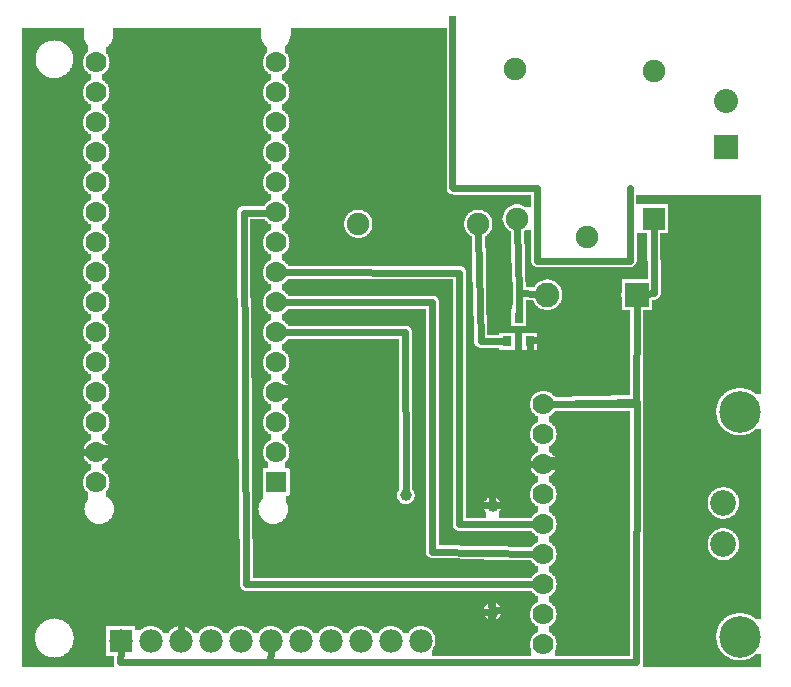
<source format=gtl>
G04 MADE WITH FRITZING*
G04 WWW.FRITZING.ORG*
G04 DOUBLE SIDED*
G04 HOLES PLATED*
G04 CONTOUR ON CENTER OF CONTOUR VECTOR*
%ASAXBY*%
%FSLAX23Y23*%
%MOIN*%
%OFA0B0*%
%SFA1.0B1.0*%
%ADD10C,0.075000*%
%ADD11C,0.082000*%
%ADD12C,0.080000*%
%ADD13C,0.078000*%
%ADD14C,0.070000*%
%ADD15C,0.039370*%
%ADD16C,0.138425*%
%ADD17C,0.086000*%
%ADD18R,0.082000X0.082000*%
%ADD19R,0.031496X0.035433*%
%ADD20R,0.078000X0.078000*%
%ADD21R,0.069972X0.070000*%
%ADD22R,0.075000X0.075000*%
%ADD23C,0.024000*%
%ADD24R,0.001000X0.001000*%
%LNCOPPER1*%
G90*
G70*
G54D10*
X380Y2089D03*
X984Y2093D03*
X2250Y1537D03*
X980Y1058D03*
X1892Y816D03*
G54D11*
X2087Y1282D03*
X1789Y1282D03*
G54D10*
X1560Y1518D03*
X1160Y1518D03*
G54D12*
X2386Y1776D03*
X2386Y1928D03*
X2386Y1776D03*
X2386Y1928D03*
G54D13*
X368Y129D03*
X468Y129D03*
X568Y129D03*
X668Y129D03*
X768Y129D03*
X868Y129D03*
X968Y129D03*
X1068Y129D03*
X1168Y129D03*
X1268Y129D03*
X1368Y129D03*
G54D14*
X886Y658D03*
X886Y758D03*
X886Y858D03*
X886Y958D03*
X886Y1058D03*
X886Y1158D03*
X886Y1258D03*
X886Y1358D03*
X886Y1458D03*
X886Y1558D03*
X886Y1658D03*
X886Y1758D03*
X886Y1858D03*
X886Y1958D03*
X886Y2058D03*
X286Y658D03*
X286Y758D03*
X286Y858D03*
X286Y958D03*
X286Y1058D03*
X286Y1158D03*
X286Y1258D03*
X286Y1358D03*
X286Y1458D03*
X286Y1558D03*
X286Y1658D03*
X286Y1758D03*
X286Y1858D03*
X286Y1958D03*
X286Y2058D03*
G54D15*
X1318Y614D03*
G54D10*
X2144Y1536D03*
X2144Y2030D03*
X1683Y2035D03*
X1921Y1475D03*
X1688Y1536D03*
G54D15*
X1607Y227D03*
G54D16*
X2431Y893D03*
G54D17*
X2376Y451D03*
G54D16*
X2431Y143D03*
G54D14*
X1776Y118D03*
X1776Y218D03*
X1776Y318D03*
X1776Y418D03*
X1776Y518D03*
X1776Y618D03*
X1776Y718D03*
X1776Y818D03*
X1776Y918D03*
G54D17*
X2376Y589D03*
G54D15*
X1607Y578D03*
G54D18*
X2088Y1282D03*
G54D19*
X1656Y1128D03*
X1731Y1128D03*
X1694Y1206D03*
G54D20*
X368Y129D03*
G54D21*
X886Y658D03*
G54D22*
X2144Y1537D03*
G54D23*
X1694Y1219D02*
X1696Y1288D01*
D02*
X1696Y1288D02*
X1757Y1284D01*
D02*
X1606Y1018D02*
X1727Y1018D01*
D02*
X1606Y718D02*
X1606Y1018D01*
D02*
X1745Y718D02*
X1606Y718D01*
D02*
X1727Y1018D02*
X1731Y1116D01*
D02*
X2086Y918D02*
X1807Y918D01*
D02*
X2087Y927D02*
X1807Y919D01*
D02*
X866Y58D02*
X2086Y58D01*
D02*
X867Y99D02*
X866Y58D01*
D02*
X2086Y58D02*
X2087Y927D01*
D02*
X1560Y1490D02*
X1567Y1128D01*
D02*
X1567Y1128D02*
X1646Y1128D01*
D02*
X1475Y1639D02*
X1475Y1639D01*
D02*
X2066Y1397D02*
X2064Y1639D01*
D02*
X1756Y1397D02*
X2066Y1397D01*
D02*
X1756Y1638D02*
X1756Y1397D01*
D02*
X1475Y1639D02*
X1756Y1638D01*
D02*
X2087Y1250D02*
X2086Y918D01*
D02*
X1745Y318D02*
X786Y318D01*
D02*
X786Y318D02*
X777Y1557D01*
D02*
X777Y1557D02*
X857Y1557D01*
D02*
X1588Y227D02*
X566Y228D01*
D02*
X216Y758D02*
X257Y758D01*
D02*
X566Y228D02*
X216Y228D01*
D02*
X567Y159D02*
X566Y228D01*
D02*
X216Y228D02*
X216Y758D01*
D02*
X367Y99D02*
X366Y58D01*
D02*
X366Y58D02*
X866Y58D01*
D02*
X866Y58D02*
X867Y99D01*
D02*
X1406Y427D02*
X1745Y418D01*
D02*
X1406Y1258D02*
X1406Y427D01*
D02*
X915Y1258D02*
X1406Y1258D01*
D02*
X1495Y518D02*
X1736Y518D01*
D02*
X1736Y518D02*
X1745Y518D01*
D02*
X1496Y1357D02*
X1495Y518D01*
D02*
X915Y1358D02*
X1496Y1357D01*
D02*
X915Y1158D02*
X1316Y1159D01*
D02*
X1316Y1159D02*
X1318Y633D01*
D02*
X2146Y1288D02*
X2119Y1285D01*
D02*
X2144Y1508D02*
X2146Y1288D01*
D02*
X1689Y1508D02*
X1696Y1288D01*
D02*
X1696Y1288D02*
X1757Y1284D01*
D02*
X1745Y718D02*
X1606Y718D01*
D02*
X1606Y718D02*
X1606Y597D01*
G36*
X40Y2172D02*
X40Y2132D01*
X150Y2132D01*
X150Y2130D01*
X162Y2130D01*
X162Y2128D01*
X168Y2128D01*
X168Y2126D01*
X172Y2126D01*
X172Y2124D01*
X176Y2124D01*
X176Y2122D01*
X180Y2122D01*
X180Y2120D01*
X184Y2120D01*
X184Y2118D01*
X186Y2118D01*
X186Y2116D01*
X188Y2116D01*
X188Y2114D01*
X190Y2114D01*
X190Y2112D01*
X192Y2112D01*
X192Y2110D01*
X194Y2110D01*
X194Y2108D01*
X196Y2108D01*
X196Y2106D01*
X198Y2106D01*
X198Y2102D01*
X200Y2102D01*
X200Y2100D01*
X202Y2100D01*
X202Y2096D01*
X204Y2096D01*
X204Y2090D01*
X206Y2090D01*
X206Y2084D01*
X208Y2084D01*
X208Y2074D01*
X210Y2074D01*
X210Y2062D01*
X208Y2062D01*
X208Y2052D01*
X206Y2052D01*
X206Y2046D01*
X204Y2046D01*
X204Y2040D01*
X202Y2040D01*
X202Y2038D01*
X200Y2038D01*
X200Y2034D01*
X198Y2034D01*
X198Y2030D01*
X196Y2030D01*
X196Y2028D01*
X194Y2028D01*
X194Y2026D01*
X192Y2026D01*
X192Y2024D01*
X190Y2024D01*
X190Y2022D01*
X188Y2022D01*
X188Y2020D01*
X186Y2020D01*
X186Y2018D01*
X184Y2018D01*
X184Y2016D01*
X180Y2016D01*
X180Y2014D01*
X176Y2014D01*
X176Y2012D01*
X172Y2012D01*
X172Y2010D01*
X168Y2010D01*
X168Y2008D01*
X162Y2008D01*
X162Y2006D01*
X148Y2006D01*
X148Y2004D01*
X268Y2004D01*
X268Y2018D01*
X264Y2018D01*
X264Y2020D01*
X260Y2020D01*
X260Y2022D01*
X258Y2022D01*
X258Y2024D01*
X256Y2024D01*
X256Y2026D01*
X254Y2026D01*
X254Y2028D01*
X252Y2028D01*
X252Y2030D01*
X250Y2030D01*
X250Y2032D01*
X248Y2032D01*
X248Y2036D01*
X246Y2036D01*
X246Y2040D01*
X244Y2040D01*
X244Y2046D01*
X242Y2046D01*
X242Y2070D01*
X244Y2070D01*
X244Y2076D01*
X246Y2076D01*
X246Y2080D01*
X248Y2080D01*
X248Y2084D01*
X250Y2084D01*
X250Y2086D01*
X252Y2086D01*
X252Y2088D01*
X254Y2088D01*
X254Y2090D01*
X256Y2090D01*
X256Y2092D01*
X258Y2092D01*
X258Y2094D01*
X260Y2094D01*
X260Y2114D01*
X258Y2114D01*
X258Y2116D01*
X256Y2116D01*
X256Y2118D01*
X254Y2118D01*
X254Y2120D01*
X252Y2120D01*
X252Y2124D01*
X250Y2124D01*
X250Y2128D01*
X248Y2128D01*
X248Y2132D01*
X246Y2132D01*
X246Y2140D01*
X244Y2140D01*
X244Y2172D01*
X40Y2172D01*
G37*
D02*
G36*
X342Y2172D02*
X342Y2136D01*
X340Y2136D01*
X340Y2130D01*
X338Y2130D01*
X338Y2126D01*
X336Y2126D01*
X336Y2122D01*
X334Y2122D01*
X334Y2120D01*
X332Y2120D01*
X332Y2118D01*
X330Y2118D01*
X330Y2114D01*
X328Y2114D01*
X328Y2112D01*
X324Y2112D01*
X324Y2110D01*
X322Y2110D01*
X322Y2108D01*
X320Y2108D01*
X320Y2086D01*
X322Y2086D01*
X322Y2084D01*
X324Y2084D01*
X324Y2080D01*
X326Y2080D01*
X326Y2076D01*
X328Y2076D01*
X328Y2070D01*
X330Y2070D01*
X330Y2060D01*
X332Y2060D01*
X332Y2056D01*
X330Y2056D01*
X330Y2046D01*
X328Y2046D01*
X328Y2040D01*
X326Y2040D01*
X326Y2036D01*
X324Y2036D01*
X324Y2032D01*
X322Y2032D01*
X322Y2030D01*
X320Y2030D01*
X320Y2028D01*
X318Y2028D01*
X318Y2026D01*
X316Y2026D01*
X316Y2024D01*
X314Y2024D01*
X314Y2022D01*
X312Y2022D01*
X312Y2020D01*
X308Y2020D01*
X308Y2018D01*
X304Y2018D01*
X304Y1998D01*
X308Y1998D01*
X308Y1996D01*
X312Y1996D01*
X312Y1994D01*
X314Y1994D01*
X314Y1992D01*
X316Y1992D01*
X316Y1990D01*
X318Y1990D01*
X318Y1988D01*
X320Y1988D01*
X320Y1986D01*
X322Y1986D01*
X322Y1984D01*
X324Y1984D01*
X324Y1980D01*
X326Y1980D01*
X326Y1976D01*
X328Y1976D01*
X328Y1970D01*
X330Y1970D01*
X330Y1960D01*
X332Y1960D01*
X332Y1956D01*
X330Y1956D01*
X330Y1946D01*
X328Y1946D01*
X328Y1940D01*
X326Y1940D01*
X326Y1936D01*
X324Y1936D01*
X324Y1932D01*
X322Y1932D01*
X322Y1930D01*
X320Y1930D01*
X320Y1928D01*
X318Y1928D01*
X318Y1926D01*
X316Y1926D01*
X316Y1924D01*
X314Y1924D01*
X314Y1922D01*
X312Y1922D01*
X312Y1920D01*
X308Y1920D01*
X308Y1918D01*
X304Y1918D01*
X304Y1898D01*
X308Y1898D01*
X308Y1896D01*
X312Y1896D01*
X312Y1894D01*
X314Y1894D01*
X314Y1892D01*
X316Y1892D01*
X316Y1890D01*
X318Y1890D01*
X318Y1888D01*
X320Y1888D01*
X320Y1886D01*
X322Y1886D01*
X322Y1884D01*
X324Y1884D01*
X324Y1880D01*
X326Y1880D01*
X326Y1876D01*
X328Y1876D01*
X328Y1870D01*
X330Y1870D01*
X330Y1860D01*
X332Y1860D01*
X332Y1856D01*
X330Y1856D01*
X330Y1846D01*
X328Y1846D01*
X328Y1840D01*
X326Y1840D01*
X326Y1836D01*
X324Y1836D01*
X324Y1832D01*
X322Y1832D01*
X322Y1830D01*
X320Y1830D01*
X320Y1828D01*
X318Y1828D01*
X318Y1826D01*
X316Y1826D01*
X316Y1824D01*
X314Y1824D01*
X314Y1822D01*
X312Y1822D01*
X312Y1820D01*
X308Y1820D01*
X308Y1818D01*
X304Y1818D01*
X304Y1798D01*
X308Y1798D01*
X308Y1796D01*
X312Y1796D01*
X312Y1794D01*
X314Y1794D01*
X314Y1792D01*
X316Y1792D01*
X316Y1790D01*
X318Y1790D01*
X318Y1788D01*
X320Y1788D01*
X320Y1786D01*
X322Y1786D01*
X322Y1784D01*
X324Y1784D01*
X324Y1780D01*
X326Y1780D01*
X326Y1776D01*
X328Y1776D01*
X328Y1770D01*
X330Y1770D01*
X330Y1760D01*
X332Y1760D01*
X332Y1756D01*
X330Y1756D01*
X330Y1746D01*
X328Y1746D01*
X328Y1740D01*
X326Y1740D01*
X326Y1736D01*
X324Y1736D01*
X324Y1732D01*
X322Y1732D01*
X322Y1730D01*
X320Y1730D01*
X320Y1728D01*
X318Y1728D01*
X318Y1726D01*
X316Y1726D01*
X316Y1724D01*
X314Y1724D01*
X314Y1722D01*
X312Y1722D01*
X312Y1720D01*
X308Y1720D01*
X308Y1718D01*
X304Y1718D01*
X304Y1698D01*
X308Y1698D01*
X308Y1696D01*
X312Y1696D01*
X312Y1694D01*
X314Y1694D01*
X314Y1692D01*
X316Y1692D01*
X316Y1690D01*
X318Y1690D01*
X318Y1688D01*
X320Y1688D01*
X320Y1686D01*
X322Y1686D01*
X322Y1684D01*
X324Y1684D01*
X324Y1680D01*
X326Y1680D01*
X326Y1676D01*
X328Y1676D01*
X328Y1670D01*
X330Y1670D01*
X330Y1660D01*
X332Y1660D01*
X332Y1656D01*
X330Y1656D01*
X330Y1646D01*
X328Y1646D01*
X328Y1640D01*
X326Y1640D01*
X326Y1636D01*
X324Y1636D01*
X324Y1632D01*
X322Y1632D01*
X322Y1630D01*
X320Y1630D01*
X320Y1628D01*
X318Y1628D01*
X318Y1626D01*
X316Y1626D01*
X316Y1624D01*
X314Y1624D01*
X314Y1622D01*
X312Y1622D01*
X312Y1620D01*
X308Y1620D01*
X308Y1618D01*
X304Y1618D01*
X304Y1598D01*
X308Y1598D01*
X308Y1596D01*
X312Y1596D01*
X312Y1594D01*
X314Y1594D01*
X314Y1592D01*
X316Y1592D01*
X316Y1590D01*
X318Y1590D01*
X318Y1588D01*
X320Y1588D01*
X320Y1586D01*
X322Y1586D01*
X322Y1584D01*
X324Y1584D01*
X324Y1580D01*
X326Y1580D01*
X326Y1576D01*
X328Y1576D01*
X328Y1570D01*
X330Y1570D01*
X330Y1560D01*
X332Y1560D01*
X332Y1556D01*
X330Y1556D01*
X330Y1546D01*
X328Y1546D01*
X328Y1540D01*
X326Y1540D01*
X326Y1536D01*
X324Y1536D01*
X324Y1532D01*
X322Y1532D01*
X322Y1530D01*
X320Y1530D01*
X320Y1528D01*
X318Y1528D01*
X318Y1526D01*
X316Y1526D01*
X316Y1524D01*
X314Y1524D01*
X314Y1522D01*
X312Y1522D01*
X312Y1520D01*
X308Y1520D01*
X308Y1518D01*
X304Y1518D01*
X304Y1498D01*
X308Y1498D01*
X308Y1496D01*
X312Y1496D01*
X312Y1494D01*
X314Y1494D01*
X314Y1492D01*
X316Y1492D01*
X316Y1490D01*
X318Y1490D01*
X318Y1488D01*
X320Y1488D01*
X320Y1486D01*
X322Y1486D01*
X322Y1484D01*
X324Y1484D01*
X324Y1480D01*
X326Y1480D01*
X326Y1476D01*
X328Y1476D01*
X328Y1470D01*
X330Y1470D01*
X330Y1460D01*
X332Y1460D01*
X332Y1456D01*
X330Y1456D01*
X330Y1446D01*
X328Y1446D01*
X328Y1440D01*
X326Y1440D01*
X326Y1436D01*
X324Y1436D01*
X324Y1432D01*
X322Y1432D01*
X322Y1430D01*
X320Y1430D01*
X320Y1428D01*
X318Y1428D01*
X318Y1426D01*
X316Y1426D01*
X316Y1424D01*
X314Y1424D01*
X314Y1422D01*
X312Y1422D01*
X312Y1420D01*
X308Y1420D01*
X308Y1418D01*
X304Y1418D01*
X304Y1398D01*
X308Y1398D01*
X308Y1396D01*
X312Y1396D01*
X312Y1394D01*
X314Y1394D01*
X314Y1392D01*
X316Y1392D01*
X316Y1390D01*
X318Y1390D01*
X318Y1388D01*
X320Y1388D01*
X320Y1386D01*
X322Y1386D01*
X322Y1384D01*
X324Y1384D01*
X324Y1380D01*
X326Y1380D01*
X326Y1376D01*
X328Y1376D01*
X328Y1370D01*
X330Y1370D01*
X330Y1360D01*
X332Y1360D01*
X332Y1356D01*
X330Y1356D01*
X330Y1346D01*
X328Y1346D01*
X328Y1340D01*
X326Y1340D01*
X326Y1336D01*
X324Y1336D01*
X324Y1332D01*
X322Y1332D01*
X322Y1330D01*
X320Y1330D01*
X320Y1328D01*
X318Y1328D01*
X318Y1326D01*
X316Y1326D01*
X316Y1324D01*
X314Y1324D01*
X314Y1322D01*
X312Y1322D01*
X312Y1320D01*
X308Y1320D01*
X308Y1318D01*
X304Y1318D01*
X304Y1298D01*
X308Y1298D01*
X308Y1296D01*
X312Y1296D01*
X312Y1294D01*
X314Y1294D01*
X314Y1292D01*
X316Y1292D01*
X316Y1290D01*
X318Y1290D01*
X318Y1288D01*
X320Y1288D01*
X320Y1286D01*
X322Y1286D01*
X322Y1284D01*
X324Y1284D01*
X324Y1280D01*
X326Y1280D01*
X326Y1276D01*
X328Y1276D01*
X328Y1270D01*
X330Y1270D01*
X330Y1260D01*
X332Y1260D01*
X332Y1256D01*
X330Y1256D01*
X330Y1246D01*
X328Y1246D01*
X328Y1240D01*
X326Y1240D01*
X326Y1236D01*
X324Y1236D01*
X324Y1232D01*
X322Y1232D01*
X322Y1230D01*
X320Y1230D01*
X320Y1228D01*
X318Y1228D01*
X318Y1226D01*
X316Y1226D01*
X316Y1224D01*
X314Y1224D01*
X314Y1222D01*
X312Y1222D01*
X312Y1220D01*
X308Y1220D01*
X308Y1218D01*
X304Y1218D01*
X304Y1198D01*
X308Y1198D01*
X308Y1196D01*
X312Y1196D01*
X312Y1194D01*
X314Y1194D01*
X314Y1192D01*
X316Y1192D01*
X316Y1190D01*
X318Y1190D01*
X318Y1188D01*
X320Y1188D01*
X320Y1186D01*
X322Y1186D01*
X322Y1184D01*
X324Y1184D01*
X324Y1180D01*
X326Y1180D01*
X326Y1176D01*
X328Y1176D01*
X328Y1170D01*
X330Y1170D01*
X330Y1160D01*
X332Y1160D01*
X332Y1156D01*
X330Y1156D01*
X330Y1146D01*
X328Y1146D01*
X328Y1140D01*
X326Y1140D01*
X326Y1136D01*
X324Y1136D01*
X324Y1132D01*
X322Y1132D01*
X322Y1130D01*
X320Y1130D01*
X320Y1128D01*
X318Y1128D01*
X318Y1126D01*
X316Y1126D01*
X316Y1124D01*
X314Y1124D01*
X314Y1122D01*
X312Y1122D01*
X312Y1120D01*
X308Y1120D01*
X308Y1118D01*
X304Y1118D01*
X304Y1098D01*
X308Y1098D01*
X308Y1096D01*
X312Y1096D01*
X312Y1094D01*
X314Y1094D01*
X314Y1092D01*
X316Y1092D01*
X316Y1090D01*
X318Y1090D01*
X318Y1088D01*
X320Y1088D01*
X320Y1086D01*
X322Y1086D01*
X322Y1084D01*
X324Y1084D01*
X324Y1080D01*
X326Y1080D01*
X326Y1076D01*
X328Y1076D01*
X328Y1070D01*
X330Y1070D01*
X330Y1060D01*
X332Y1060D01*
X332Y1056D01*
X330Y1056D01*
X330Y1046D01*
X328Y1046D01*
X328Y1040D01*
X326Y1040D01*
X326Y1036D01*
X324Y1036D01*
X324Y1032D01*
X322Y1032D01*
X322Y1030D01*
X320Y1030D01*
X320Y1028D01*
X318Y1028D01*
X318Y1026D01*
X316Y1026D01*
X316Y1024D01*
X314Y1024D01*
X314Y1022D01*
X312Y1022D01*
X312Y1020D01*
X308Y1020D01*
X308Y1018D01*
X304Y1018D01*
X304Y998D01*
X308Y998D01*
X308Y996D01*
X312Y996D01*
X312Y994D01*
X314Y994D01*
X314Y992D01*
X316Y992D01*
X316Y990D01*
X318Y990D01*
X318Y988D01*
X320Y988D01*
X320Y986D01*
X322Y986D01*
X322Y984D01*
X324Y984D01*
X324Y980D01*
X326Y980D01*
X326Y976D01*
X328Y976D01*
X328Y970D01*
X330Y970D01*
X330Y960D01*
X332Y960D01*
X332Y956D01*
X330Y956D01*
X330Y946D01*
X328Y946D01*
X328Y940D01*
X326Y940D01*
X326Y936D01*
X324Y936D01*
X324Y932D01*
X322Y932D01*
X322Y930D01*
X320Y930D01*
X320Y928D01*
X318Y928D01*
X318Y926D01*
X316Y926D01*
X316Y924D01*
X314Y924D01*
X314Y922D01*
X312Y922D01*
X312Y920D01*
X308Y920D01*
X308Y918D01*
X304Y918D01*
X304Y898D01*
X308Y898D01*
X308Y896D01*
X312Y896D01*
X312Y894D01*
X314Y894D01*
X314Y892D01*
X316Y892D01*
X316Y890D01*
X318Y890D01*
X318Y888D01*
X320Y888D01*
X320Y886D01*
X322Y886D01*
X322Y884D01*
X324Y884D01*
X324Y880D01*
X326Y880D01*
X326Y876D01*
X328Y876D01*
X328Y870D01*
X330Y870D01*
X330Y860D01*
X332Y860D01*
X332Y856D01*
X330Y856D01*
X330Y846D01*
X328Y846D01*
X328Y840D01*
X326Y840D01*
X326Y836D01*
X324Y836D01*
X324Y832D01*
X322Y832D01*
X322Y830D01*
X320Y830D01*
X320Y828D01*
X318Y828D01*
X318Y826D01*
X316Y826D01*
X316Y824D01*
X314Y824D01*
X314Y822D01*
X312Y822D01*
X312Y820D01*
X308Y820D01*
X308Y818D01*
X304Y818D01*
X304Y798D01*
X308Y798D01*
X308Y796D01*
X312Y796D01*
X312Y794D01*
X314Y794D01*
X314Y792D01*
X316Y792D01*
X316Y790D01*
X318Y790D01*
X318Y788D01*
X320Y788D01*
X320Y786D01*
X322Y786D01*
X322Y784D01*
X324Y784D01*
X324Y780D01*
X326Y780D01*
X326Y776D01*
X328Y776D01*
X328Y770D01*
X330Y770D01*
X330Y760D01*
X332Y760D01*
X332Y756D01*
X330Y756D01*
X330Y746D01*
X328Y746D01*
X328Y740D01*
X326Y740D01*
X326Y736D01*
X324Y736D01*
X324Y732D01*
X322Y732D01*
X322Y730D01*
X320Y730D01*
X320Y728D01*
X318Y728D01*
X318Y726D01*
X316Y726D01*
X316Y724D01*
X314Y724D01*
X314Y722D01*
X312Y722D01*
X312Y720D01*
X308Y720D01*
X308Y718D01*
X304Y718D01*
X304Y698D01*
X308Y698D01*
X308Y696D01*
X312Y696D01*
X312Y694D01*
X314Y694D01*
X314Y692D01*
X316Y692D01*
X316Y690D01*
X318Y690D01*
X318Y688D01*
X320Y688D01*
X320Y686D01*
X322Y686D01*
X322Y684D01*
X324Y684D01*
X324Y680D01*
X326Y680D01*
X326Y676D01*
X328Y676D01*
X328Y670D01*
X330Y670D01*
X330Y660D01*
X332Y660D01*
X332Y656D01*
X330Y656D01*
X330Y646D01*
X328Y646D01*
X328Y640D01*
X326Y640D01*
X326Y636D01*
X324Y636D01*
X324Y632D01*
X322Y632D01*
X322Y630D01*
X320Y630D01*
X320Y610D01*
X324Y610D01*
X324Y608D01*
X326Y608D01*
X326Y606D01*
X328Y606D01*
X328Y604D01*
X330Y604D01*
X330Y602D01*
X332Y602D01*
X332Y600D01*
X334Y600D01*
X334Y598D01*
X336Y598D01*
X336Y596D01*
X338Y596D01*
X338Y592D01*
X340Y592D01*
X340Y588D01*
X342Y588D01*
X342Y582D01*
X344Y582D01*
X344Y574D01*
X346Y574D01*
X346Y562D01*
X344Y562D01*
X344Y554D01*
X342Y554D01*
X342Y548D01*
X340Y548D01*
X340Y544D01*
X338Y544D01*
X338Y540D01*
X336Y540D01*
X336Y538D01*
X334Y538D01*
X334Y536D01*
X332Y536D01*
X332Y534D01*
X330Y534D01*
X330Y532D01*
X328Y532D01*
X328Y530D01*
X326Y530D01*
X326Y528D01*
X324Y528D01*
X324Y526D01*
X320Y526D01*
X320Y524D01*
X316Y524D01*
X316Y522D01*
X310Y522D01*
X310Y520D01*
X302Y520D01*
X302Y518D01*
X762Y518D01*
X762Y736D01*
X760Y736D01*
X760Y1004D01*
X758Y1004D01*
X758Y1272D01*
X756Y1272D01*
X756Y1540D01*
X754Y1540D01*
X754Y1558D01*
X756Y1558D01*
X756Y1566D01*
X758Y1566D01*
X758Y1570D01*
X760Y1570D01*
X760Y1572D01*
X762Y1572D01*
X762Y1574D01*
X764Y1574D01*
X764Y1576D01*
X768Y1576D01*
X768Y1578D01*
X774Y1578D01*
X774Y1580D01*
X848Y1580D01*
X848Y1584D01*
X850Y1584D01*
X850Y1586D01*
X852Y1586D01*
X852Y1588D01*
X854Y1588D01*
X854Y1590D01*
X856Y1590D01*
X856Y1592D01*
X858Y1592D01*
X858Y1594D01*
X860Y1594D01*
X860Y1596D01*
X864Y1596D01*
X864Y1598D01*
X868Y1598D01*
X868Y1618D01*
X864Y1618D01*
X864Y1620D01*
X860Y1620D01*
X860Y1622D01*
X858Y1622D01*
X858Y1624D01*
X856Y1624D01*
X856Y1626D01*
X854Y1626D01*
X854Y1628D01*
X852Y1628D01*
X852Y1630D01*
X850Y1630D01*
X850Y1632D01*
X848Y1632D01*
X848Y1636D01*
X846Y1636D01*
X846Y1640D01*
X844Y1640D01*
X844Y1646D01*
X842Y1646D01*
X842Y1670D01*
X844Y1670D01*
X844Y1676D01*
X846Y1676D01*
X846Y1680D01*
X848Y1680D01*
X848Y1684D01*
X850Y1684D01*
X850Y1686D01*
X852Y1686D01*
X852Y1688D01*
X854Y1688D01*
X854Y1690D01*
X856Y1690D01*
X856Y1692D01*
X858Y1692D01*
X858Y1694D01*
X860Y1694D01*
X860Y1696D01*
X864Y1696D01*
X864Y1698D01*
X868Y1698D01*
X868Y1718D01*
X864Y1718D01*
X864Y1720D01*
X860Y1720D01*
X860Y1722D01*
X858Y1722D01*
X858Y1724D01*
X856Y1724D01*
X856Y1726D01*
X854Y1726D01*
X854Y1728D01*
X852Y1728D01*
X852Y1730D01*
X850Y1730D01*
X850Y1732D01*
X848Y1732D01*
X848Y1736D01*
X846Y1736D01*
X846Y1740D01*
X844Y1740D01*
X844Y1746D01*
X842Y1746D01*
X842Y1770D01*
X844Y1770D01*
X844Y1776D01*
X846Y1776D01*
X846Y1780D01*
X848Y1780D01*
X848Y1784D01*
X850Y1784D01*
X850Y1786D01*
X852Y1786D01*
X852Y1788D01*
X854Y1788D01*
X854Y1790D01*
X856Y1790D01*
X856Y1792D01*
X858Y1792D01*
X858Y1794D01*
X860Y1794D01*
X860Y1796D01*
X864Y1796D01*
X864Y1798D01*
X868Y1798D01*
X868Y1818D01*
X864Y1818D01*
X864Y1820D01*
X860Y1820D01*
X860Y1822D01*
X858Y1822D01*
X858Y1824D01*
X856Y1824D01*
X856Y1826D01*
X854Y1826D01*
X854Y1828D01*
X852Y1828D01*
X852Y1830D01*
X850Y1830D01*
X850Y1832D01*
X848Y1832D01*
X848Y1836D01*
X846Y1836D01*
X846Y1840D01*
X844Y1840D01*
X844Y1846D01*
X842Y1846D01*
X842Y1870D01*
X844Y1870D01*
X844Y1876D01*
X846Y1876D01*
X846Y1880D01*
X848Y1880D01*
X848Y1884D01*
X850Y1884D01*
X850Y1886D01*
X852Y1886D01*
X852Y1888D01*
X854Y1888D01*
X854Y1890D01*
X856Y1890D01*
X856Y1892D01*
X858Y1892D01*
X858Y1894D01*
X860Y1894D01*
X860Y1896D01*
X864Y1896D01*
X864Y1898D01*
X868Y1898D01*
X868Y1918D01*
X864Y1918D01*
X864Y1920D01*
X860Y1920D01*
X860Y1922D01*
X858Y1922D01*
X858Y1924D01*
X856Y1924D01*
X856Y1926D01*
X854Y1926D01*
X854Y1928D01*
X852Y1928D01*
X852Y1930D01*
X850Y1930D01*
X850Y1932D01*
X848Y1932D01*
X848Y1936D01*
X846Y1936D01*
X846Y1940D01*
X844Y1940D01*
X844Y1946D01*
X842Y1946D01*
X842Y1970D01*
X844Y1970D01*
X844Y1976D01*
X846Y1976D01*
X846Y1980D01*
X848Y1980D01*
X848Y1984D01*
X850Y1984D01*
X850Y1986D01*
X852Y1986D01*
X852Y1988D01*
X854Y1988D01*
X854Y1990D01*
X856Y1990D01*
X856Y1992D01*
X858Y1992D01*
X858Y1994D01*
X860Y1994D01*
X860Y1996D01*
X864Y1996D01*
X864Y1998D01*
X868Y1998D01*
X868Y2018D01*
X864Y2018D01*
X864Y2020D01*
X860Y2020D01*
X860Y2022D01*
X858Y2022D01*
X858Y2024D01*
X856Y2024D01*
X856Y2026D01*
X854Y2026D01*
X854Y2028D01*
X852Y2028D01*
X852Y2030D01*
X850Y2030D01*
X850Y2032D01*
X848Y2032D01*
X848Y2036D01*
X846Y2036D01*
X846Y2040D01*
X844Y2040D01*
X844Y2046D01*
X842Y2046D01*
X842Y2070D01*
X844Y2070D01*
X844Y2076D01*
X846Y2076D01*
X846Y2080D01*
X848Y2080D01*
X848Y2084D01*
X850Y2084D01*
X850Y2086D01*
X852Y2086D01*
X852Y2088D01*
X854Y2088D01*
X854Y2110D01*
X852Y2110D01*
X852Y2112D01*
X850Y2112D01*
X850Y2114D01*
X848Y2114D01*
X848Y2116D01*
X846Y2116D01*
X846Y2118D01*
X844Y2118D01*
X844Y2122D01*
X842Y2122D01*
X842Y2126D01*
X840Y2126D01*
X840Y2128D01*
X838Y2128D01*
X838Y2134D01*
X836Y2134D01*
X836Y2142D01*
X834Y2142D01*
X834Y2172D01*
X342Y2172D01*
G37*
D02*
G36*
X40Y2132D02*
X40Y2004D01*
X144Y2004D01*
X144Y2006D01*
X130Y2006D01*
X130Y2008D01*
X124Y2008D01*
X124Y2010D01*
X120Y2010D01*
X120Y2012D01*
X116Y2012D01*
X116Y2014D01*
X112Y2014D01*
X112Y2016D01*
X110Y2016D01*
X110Y2018D01*
X106Y2018D01*
X106Y2020D01*
X104Y2020D01*
X104Y2022D01*
X102Y2022D01*
X102Y2024D01*
X100Y2024D01*
X100Y2026D01*
X98Y2026D01*
X98Y2028D01*
X96Y2028D01*
X96Y2032D01*
X94Y2032D01*
X94Y2034D01*
X92Y2034D01*
X92Y2038D01*
X90Y2038D01*
X90Y2042D01*
X88Y2042D01*
X88Y2046D01*
X86Y2046D01*
X86Y2054D01*
X84Y2054D01*
X84Y2082D01*
X86Y2082D01*
X86Y2090D01*
X88Y2090D01*
X88Y2094D01*
X90Y2094D01*
X90Y2098D01*
X92Y2098D01*
X92Y2102D01*
X94Y2102D01*
X94Y2104D01*
X96Y2104D01*
X96Y2108D01*
X98Y2108D01*
X98Y2110D01*
X100Y2110D01*
X100Y2112D01*
X102Y2112D01*
X102Y2114D01*
X104Y2114D01*
X104Y2116D01*
X106Y2116D01*
X106Y2118D01*
X110Y2118D01*
X110Y2120D01*
X112Y2120D01*
X112Y2122D01*
X116Y2122D01*
X116Y2124D01*
X120Y2124D01*
X120Y2126D01*
X124Y2126D01*
X124Y2128D01*
X130Y2128D01*
X130Y2130D01*
X144Y2130D01*
X144Y2132D01*
X40Y2132D01*
G37*
D02*
G36*
X40Y2004D02*
X40Y2002D01*
X268Y2002D01*
X268Y2004D01*
X40Y2004D01*
G37*
D02*
G36*
X40Y2004D02*
X40Y2002D01*
X268Y2002D01*
X268Y2004D01*
X40Y2004D01*
G37*
D02*
G36*
X40Y2002D02*
X40Y518D01*
X290Y518D01*
X290Y520D01*
X282Y520D01*
X282Y522D01*
X276Y522D01*
X276Y524D01*
X272Y524D01*
X272Y526D01*
X268Y526D01*
X268Y528D01*
X266Y528D01*
X266Y530D01*
X264Y530D01*
X264Y532D01*
X262Y532D01*
X262Y534D01*
X260Y534D01*
X260Y536D01*
X258Y536D01*
X258Y538D01*
X256Y538D01*
X256Y542D01*
X254Y542D01*
X254Y544D01*
X252Y544D01*
X252Y548D01*
X250Y548D01*
X250Y554D01*
X248Y554D01*
X248Y564D01*
X246Y564D01*
X246Y572D01*
X248Y572D01*
X248Y582D01*
X250Y582D01*
X250Y588D01*
X252Y588D01*
X252Y592D01*
X254Y592D01*
X254Y594D01*
X256Y594D01*
X256Y598D01*
X258Y598D01*
X258Y600D01*
X260Y600D01*
X260Y622D01*
X258Y622D01*
X258Y624D01*
X256Y624D01*
X256Y626D01*
X254Y626D01*
X254Y628D01*
X252Y628D01*
X252Y630D01*
X250Y630D01*
X250Y632D01*
X248Y632D01*
X248Y636D01*
X246Y636D01*
X246Y640D01*
X244Y640D01*
X244Y646D01*
X242Y646D01*
X242Y670D01*
X244Y670D01*
X244Y676D01*
X246Y676D01*
X246Y680D01*
X248Y680D01*
X248Y684D01*
X250Y684D01*
X250Y686D01*
X252Y686D01*
X252Y688D01*
X254Y688D01*
X254Y690D01*
X256Y690D01*
X256Y692D01*
X258Y692D01*
X258Y694D01*
X260Y694D01*
X260Y696D01*
X264Y696D01*
X264Y698D01*
X268Y698D01*
X268Y718D01*
X264Y718D01*
X264Y720D01*
X260Y720D01*
X260Y722D01*
X258Y722D01*
X258Y724D01*
X256Y724D01*
X256Y726D01*
X254Y726D01*
X254Y728D01*
X252Y728D01*
X252Y730D01*
X250Y730D01*
X250Y732D01*
X248Y732D01*
X248Y736D01*
X246Y736D01*
X246Y740D01*
X244Y740D01*
X244Y746D01*
X242Y746D01*
X242Y770D01*
X244Y770D01*
X244Y776D01*
X246Y776D01*
X246Y780D01*
X248Y780D01*
X248Y784D01*
X250Y784D01*
X250Y786D01*
X252Y786D01*
X252Y788D01*
X254Y788D01*
X254Y790D01*
X256Y790D01*
X256Y792D01*
X258Y792D01*
X258Y794D01*
X260Y794D01*
X260Y796D01*
X264Y796D01*
X264Y798D01*
X268Y798D01*
X268Y818D01*
X264Y818D01*
X264Y820D01*
X260Y820D01*
X260Y822D01*
X258Y822D01*
X258Y824D01*
X256Y824D01*
X256Y826D01*
X254Y826D01*
X254Y828D01*
X252Y828D01*
X252Y830D01*
X250Y830D01*
X250Y832D01*
X248Y832D01*
X248Y836D01*
X246Y836D01*
X246Y840D01*
X244Y840D01*
X244Y846D01*
X242Y846D01*
X242Y870D01*
X244Y870D01*
X244Y876D01*
X246Y876D01*
X246Y880D01*
X248Y880D01*
X248Y884D01*
X250Y884D01*
X250Y886D01*
X252Y886D01*
X252Y888D01*
X254Y888D01*
X254Y890D01*
X256Y890D01*
X256Y892D01*
X258Y892D01*
X258Y894D01*
X260Y894D01*
X260Y896D01*
X264Y896D01*
X264Y898D01*
X268Y898D01*
X268Y918D01*
X264Y918D01*
X264Y920D01*
X260Y920D01*
X260Y922D01*
X258Y922D01*
X258Y924D01*
X256Y924D01*
X256Y926D01*
X254Y926D01*
X254Y928D01*
X252Y928D01*
X252Y930D01*
X250Y930D01*
X250Y932D01*
X248Y932D01*
X248Y936D01*
X246Y936D01*
X246Y940D01*
X244Y940D01*
X244Y946D01*
X242Y946D01*
X242Y970D01*
X244Y970D01*
X244Y976D01*
X246Y976D01*
X246Y980D01*
X248Y980D01*
X248Y984D01*
X250Y984D01*
X250Y986D01*
X252Y986D01*
X252Y988D01*
X254Y988D01*
X254Y990D01*
X256Y990D01*
X256Y992D01*
X258Y992D01*
X258Y994D01*
X260Y994D01*
X260Y996D01*
X264Y996D01*
X264Y998D01*
X268Y998D01*
X268Y1018D01*
X264Y1018D01*
X264Y1020D01*
X260Y1020D01*
X260Y1022D01*
X258Y1022D01*
X258Y1024D01*
X256Y1024D01*
X256Y1026D01*
X254Y1026D01*
X254Y1028D01*
X252Y1028D01*
X252Y1030D01*
X250Y1030D01*
X250Y1032D01*
X248Y1032D01*
X248Y1036D01*
X246Y1036D01*
X246Y1040D01*
X244Y1040D01*
X244Y1046D01*
X242Y1046D01*
X242Y1070D01*
X244Y1070D01*
X244Y1076D01*
X246Y1076D01*
X246Y1080D01*
X248Y1080D01*
X248Y1084D01*
X250Y1084D01*
X250Y1086D01*
X252Y1086D01*
X252Y1088D01*
X254Y1088D01*
X254Y1090D01*
X256Y1090D01*
X256Y1092D01*
X258Y1092D01*
X258Y1094D01*
X260Y1094D01*
X260Y1096D01*
X264Y1096D01*
X264Y1098D01*
X268Y1098D01*
X268Y1118D01*
X264Y1118D01*
X264Y1120D01*
X260Y1120D01*
X260Y1122D01*
X258Y1122D01*
X258Y1124D01*
X256Y1124D01*
X256Y1126D01*
X254Y1126D01*
X254Y1128D01*
X252Y1128D01*
X252Y1130D01*
X250Y1130D01*
X250Y1132D01*
X248Y1132D01*
X248Y1136D01*
X246Y1136D01*
X246Y1140D01*
X244Y1140D01*
X244Y1146D01*
X242Y1146D01*
X242Y1170D01*
X244Y1170D01*
X244Y1176D01*
X246Y1176D01*
X246Y1180D01*
X248Y1180D01*
X248Y1184D01*
X250Y1184D01*
X250Y1186D01*
X252Y1186D01*
X252Y1188D01*
X254Y1188D01*
X254Y1190D01*
X256Y1190D01*
X256Y1192D01*
X258Y1192D01*
X258Y1194D01*
X260Y1194D01*
X260Y1196D01*
X264Y1196D01*
X264Y1198D01*
X268Y1198D01*
X268Y1218D01*
X264Y1218D01*
X264Y1220D01*
X260Y1220D01*
X260Y1222D01*
X258Y1222D01*
X258Y1224D01*
X256Y1224D01*
X256Y1226D01*
X254Y1226D01*
X254Y1228D01*
X252Y1228D01*
X252Y1230D01*
X250Y1230D01*
X250Y1232D01*
X248Y1232D01*
X248Y1236D01*
X246Y1236D01*
X246Y1240D01*
X244Y1240D01*
X244Y1246D01*
X242Y1246D01*
X242Y1270D01*
X244Y1270D01*
X244Y1276D01*
X246Y1276D01*
X246Y1280D01*
X248Y1280D01*
X248Y1284D01*
X250Y1284D01*
X250Y1286D01*
X252Y1286D01*
X252Y1288D01*
X254Y1288D01*
X254Y1290D01*
X256Y1290D01*
X256Y1292D01*
X258Y1292D01*
X258Y1294D01*
X260Y1294D01*
X260Y1296D01*
X264Y1296D01*
X264Y1298D01*
X268Y1298D01*
X268Y1318D01*
X264Y1318D01*
X264Y1320D01*
X260Y1320D01*
X260Y1322D01*
X258Y1322D01*
X258Y1324D01*
X256Y1324D01*
X256Y1326D01*
X254Y1326D01*
X254Y1328D01*
X252Y1328D01*
X252Y1330D01*
X250Y1330D01*
X250Y1332D01*
X248Y1332D01*
X248Y1336D01*
X246Y1336D01*
X246Y1340D01*
X244Y1340D01*
X244Y1346D01*
X242Y1346D01*
X242Y1370D01*
X244Y1370D01*
X244Y1376D01*
X246Y1376D01*
X246Y1380D01*
X248Y1380D01*
X248Y1384D01*
X250Y1384D01*
X250Y1386D01*
X252Y1386D01*
X252Y1388D01*
X254Y1388D01*
X254Y1390D01*
X256Y1390D01*
X256Y1392D01*
X258Y1392D01*
X258Y1394D01*
X260Y1394D01*
X260Y1396D01*
X264Y1396D01*
X264Y1398D01*
X268Y1398D01*
X268Y1418D01*
X264Y1418D01*
X264Y1420D01*
X260Y1420D01*
X260Y1422D01*
X258Y1422D01*
X258Y1424D01*
X256Y1424D01*
X256Y1426D01*
X254Y1426D01*
X254Y1428D01*
X252Y1428D01*
X252Y1430D01*
X250Y1430D01*
X250Y1432D01*
X248Y1432D01*
X248Y1436D01*
X246Y1436D01*
X246Y1440D01*
X244Y1440D01*
X244Y1446D01*
X242Y1446D01*
X242Y1470D01*
X244Y1470D01*
X244Y1476D01*
X246Y1476D01*
X246Y1480D01*
X248Y1480D01*
X248Y1484D01*
X250Y1484D01*
X250Y1486D01*
X252Y1486D01*
X252Y1488D01*
X254Y1488D01*
X254Y1490D01*
X256Y1490D01*
X256Y1492D01*
X258Y1492D01*
X258Y1494D01*
X260Y1494D01*
X260Y1496D01*
X264Y1496D01*
X264Y1498D01*
X268Y1498D01*
X268Y1518D01*
X264Y1518D01*
X264Y1520D01*
X260Y1520D01*
X260Y1522D01*
X258Y1522D01*
X258Y1524D01*
X256Y1524D01*
X256Y1526D01*
X254Y1526D01*
X254Y1528D01*
X252Y1528D01*
X252Y1530D01*
X250Y1530D01*
X250Y1532D01*
X248Y1532D01*
X248Y1536D01*
X246Y1536D01*
X246Y1540D01*
X244Y1540D01*
X244Y1546D01*
X242Y1546D01*
X242Y1570D01*
X244Y1570D01*
X244Y1576D01*
X246Y1576D01*
X246Y1580D01*
X248Y1580D01*
X248Y1584D01*
X250Y1584D01*
X250Y1586D01*
X252Y1586D01*
X252Y1588D01*
X254Y1588D01*
X254Y1590D01*
X256Y1590D01*
X256Y1592D01*
X258Y1592D01*
X258Y1594D01*
X260Y1594D01*
X260Y1596D01*
X264Y1596D01*
X264Y1598D01*
X268Y1598D01*
X268Y1618D01*
X264Y1618D01*
X264Y1620D01*
X260Y1620D01*
X260Y1622D01*
X258Y1622D01*
X258Y1624D01*
X256Y1624D01*
X256Y1626D01*
X254Y1626D01*
X254Y1628D01*
X252Y1628D01*
X252Y1630D01*
X250Y1630D01*
X250Y1632D01*
X248Y1632D01*
X248Y1636D01*
X246Y1636D01*
X246Y1640D01*
X244Y1640D01*
X244Y1646D01*
X242Y1646D01*
X242Y1670D01*
X244Y1670D01*
X244Y1676D01*
X246Y1676D01*
X246Y1680D01*
X248Y1680D01*
X248Y1684D01*
X250Y1684D01*
X250Y1686D01*
X252Y1686D01*
X252Y1688D01*
X254Y1688D01*
X254Y1690D01*
X256Y1690D01*
X256Y1692D01*
X258Y1692D01*
X258Y1694D01*
X260Y1694D01*
X260Y1696D01*
X264Y1696D01*
X264Y1698D01*
X268Y1698D01*
X268Y1718D01*
X264Y1718D01*
X264Y1720D01*
X260Y1720D01*
X260Y1722D01*
X258Y1722D01*
X258Y1724D01*
X256Y1724D01*
X256Y1726D01*
X254Y1726D01*
X254Y1728D01*
X252Y1728D01*
X252Y1730D01*
X250Y1730D01*
X250Y1732D01*
X248Y1732D01*
X248Y1736D01*
X246Y1736D01*
X246Y1740D01*
X244Y1740D01*
X244Y1746D01*
X242Y1746D01*
X242Y1770D01*
X244Y1770D01*
X244Y1776D01*
X246Y1776D01*
X246Y1780D01*
X248Y1780D01*
X248Y1784D01*
X250Y1784D01*
X250Y1786D01*
X252Y1786D01*
X252Y1788D01*
X254Y1788D01*
X254Y1790D01*
X256Y1790D01*
X256Y1792D01*
X258Y1792D01*
X258Y1794D01*
X260Y1794D01*
X260Y1796D01*
X264Y1796D01*
X264Y1798D01*
X268Y1798D01*
X268Y1818D01*
X264Y1818D01*
X264Y1820D01*
X260Y1820D01*
X260Y1822D01*
X258Y1822D01*
X258Y1824D01*
X256Y1824D01*
X256Y1826D01*
X254Y1826D01*
X254Y1828D01*
X252Y1828D01*
X252Y1830D01*
X250Y1830D01*
X250Y1832D01*
X248Y1832D01*
X248Y1836D01*
X246Y1836D01*
X246Y1840D01*
X244Y1840D01*
X244Y1846D01*
X242Y1846D01*
X242Y1870D01*
X244Y1870D01*
X244Y1876D01*
X246Y1876D01*
X246Y1880D01*
X248Y1880D01*
X248Y1884D01*
X250Y1884D01*
X250Y1886D01*
X252Y1886D01*
X252Y1888D01*
X254Y1888D01*
X254Y1890D01*
X256Y1890D01*
X256Y1892D01*
X258Y1892D01*
X258Y1894D01*
X260Y1894D01*
X260Y1896D01*
X264Y1896D01*
X264Y1898D01*
X268Y1898D01*
X268Y1918D01*
X264Y1918D01*
X264Y1920D01*
X260Y1920D01*
X260Y1922D01*
X258Y1922D01*
X258Y1924D01*
X256Y1924D01*
X256Y1926D01*
X254Y1926D01*
X254Y1928D01*
X252Y1928D01*
X252Y1930D01*
X250Y1930D01*
X250Y1932D01*
X248Y1932D01*
X248Y1936D01*
X246Y1936D01*
X246Y1940D01*
X244Y1940D01*
X244Y1946D01*
X242Y1946D01*
X242Y1970D01*
X244Y1970D01*
X244Y1976D01*
X246Y1976D01*
X246Y1980D01*
X248Y1980D01*
X248Y1984D01*
X250Y1984D01*
X250Y1986D01*
X252Y1986D01*
X252Y1988D01*
X254Y1988D01*
X254Y1990D01*
X256Y1990D01*
X256Y1992D01*
X258Y1992D01*
X258Y1994D01*
X260Y1994D01*
X260Y1996D01*
X264Y1996D01*
X264Y1998D01*
X268Y1998D01*
X268Y2002D01*
X40Y2002D01*
G37*
D02*
G36*
X40Y518D02*
X40Y516D01*
X762Y516D01*
X762Y518D01*
X40Y518D01*
G37*
D02*
G36*
X40Y518D02*
X40Y516D01*
X762Y516D01*
X762Y518D01*
X40Y518D01*
G37*
D02*
G36*
X40Y516D02*
X40Y258D01*
X1608Y258D01*
X1608Y256D01*
X1618Y256D01*
X1618Y254D01*
X1622Y254D01*
X1622Y252D01*
X1624Y252D01*
X1624Y250D01*
X1628Y250D01*
X1628Y246D01*
X1630Y246D01*
X1630Y244D01*
X1632Y244D01*
X1632Y242D01*
X1634Y242D01*
X1634Y236D01*
X1636Y236D01*
X1636Y218D01*
X1634Y218D01*
X1634Y214D01*
X1632Y214D01*
X1632Y210D01*
X1630Y210D01*
X1630Y208D01*
X1628Y208D01*
X1628Y206D01*
X1626Y206D01*
X1626Y204D01*
X1624Y204D01*
X1624Y202D01*
X1620Y202D01*
X1620Y200D01*
X1614Y200D01*
X1614Y198D01*
X1736Y198D01*
X1736Y200D01*
X1734Y200D01*
X1734Y206D01*
X1732Y206D01*
X1732Y230D01*
X1734Y230D01*
X1734Y236D01*
X1736Y236D01*
X1736Y240D01*
X1738Y240D01*
X1738Y244D01*
X1740Y244D01*
X1740Y246D01*
X1742Y246D01*
X1742Y248D01*
X1744Y248D01*
X1744Y250D01*
X1746Y250D01*
X1746Y252D01*
X1748Y252D01*
X1748Y254D01*
X1750Y254D01*
X1750Y256D01*
X1754Y256D01*
X1754Y258D01*
X1758Y258D01*
X1758Y278D01*
X1754Y278D01*
X1754Y280D01*
X1750Y280D01*
X1750Y282D01*
X1748Y282D01*
X1748Y284D01*
X1746Y284D01*
X1746Y286D01*
X1744Y286D01*
X1744Y288D01*
X1742Y288D01*
X1742Y290D01*
X1740Y290D01*
X1740Y292D01*
X1738Y292D01*
X1738Y296D01*
X780Y296D01*
X780Y298D01*
X776Y298D01*
X776Y300D01*
X772Y300D01*
X772Y302D01*
X770Y302D01*
X770Y304D01*
X768Y304D01*
X768Y308D01*
X766Y308D01*
X766Y312D01*
X764Y312D01*
X764Y468D01*
X762Y468D01*
X762Y516D01*
X40Y516D01*
G37*
D02*
G36*
X40Y258D02*
X40Y204D01*
X148Y204D01*
X148Y202D01*
X162Y202D01*
X162Y200D01*
X168Y200D01*
X168Y198D01*
X1600Y198D01*
X1600Y200D01*
X1594Y200D01*
X1594Y202D01*
X1590Y202D01*
X1590Y204D01*
X1588Y204D01*
X1588Y206D01*
X1586Y206D01*
X1586Y208D01*
X1584Y208D01*
X1584Y210D01*
X1582Y210D01*
X1582Y214D01*
X1580Y214D01*
X1580Y218D01*
X1578Y218D01*
X1578Y238D01*
X1580Y238D01*
X1580Y242D01*
X1582Y242D01*
X1582Y246D01*
X1584Y246D01*
X1584Y248D01*
X1586Y248D01*
X1586Y250D01*
X1588Y250D01*
X1588Y252D01*
X1592Y252D01*
X1592Y254D01*
X1596Y254D01*
X1596Y256D01*
X1606Y256D01*
X1606Y258D01*
X40Y258D01*
G37*
D02*
G36*
X40Y204D02*
X40Y72D01*
X144Y72D01*
X144Y74D01*
X130Y74D01*
X130Y76D01*
X124Y76D01*
X124Y78D01*
X120Y78D01*
X120Y80D01*
X116Y80D01*
X116Y82D01*
X112Y82D01*
X112Y84D01*
X108Y84D01*
X108Y86D01*
X106Y86D01*
X106Y88D01*
X104Y88D01*
X104Y90D01*
X102Y90D01*
X102Y92D01*
X100Y92D01*
X100Y94D01*
X98Y94D01*
X98Y96D01*
X96Y96D01*
X96Y98D01*
X94Y98D01*
X94Y100D01*
X92Y100D01*
X92Y104D01*
X90Y104D01*
X90Y108D01*
X88Y108D01*
X88Y112D01*
X86Y112D01*
X86Y116D01*
X84Y116D01*
X84Y124D01*
X82Y124D01*
X82Y154D01*
X84Y154D01*
X84Y160D01*
X86Y160D01*
X86Y164D01*
X88Y164D01*
X88Y168D01*
X90Y168D01*
X90Y172D01*
X92Y172D01*
X92Y176D01*
X94Y176D01*
X94Y178D01*
X96Y178D01*
X96Y180D01*
X98Y180D01*
X98Y182D01*
X100Y182D01*
X100Y184D01*
X102Y184D01*
X102Y186D01*
X104Y186D01*
X104Y188D01*
X106Y188D01*
X106Y190D01*
X108Y190D01*
X108Y192D01*
X112Y192D01*
X112Y194D01*
X116Y194D01*
X116Y196D01*
X120Y196D01*
X120Y198D01*
X124Y198D01*
X124Y200D01*
X130Y200D01*
X130Y202D01*
X144Y202D01*
X144Y204D01*
X40Y204D01*
G37*
D02*
G36*
X174Y198D02*
X174Y196D01*
X1736Y196D01*
X1736Y198D01*
X174Y198D01*
G37*
D02*
G36*
X174Y198D02*
X174Y196D01*
X1736Y196D01*
X1736Y198D01*
X174Y198D01*
G37*
D02*
G36*
X178Y196D02*
X178Y194D01*
X180Y194D01*
X180Y192D01*
X184Y192D01*
X184Y190D01*
X186Y190D01*
X186Y188D01*
X188Y188D01*
X188Y186D01*
X192Y186D01*
X192Y184D01*
X194Y184D01*
X194Y180D01*
X196Y180D01*
X196Y178D01*
X1380Y178D01*
X1380Y176D01*
X1386Y176D01*
X1386Y174D01*
X1390Y174D01*
X1390Y172D01*
X1394Y172D01*
X1394Y170D01*
X1396Y170D01*
X1396Y168D01*
X1398Y168D01*
X1398Y166D01*
X1402Y166D01*
X1402Y164D01*
X1404Y164D01*
X1404Y160D01*
X1406Y160D01*
X1406Y158D01*
X1408Y158D01*
X1408Y156D01*
X1410Y156D01*
X1410Y152D01*
X1412Y152D01*
X1412Y148D01*
X1414Y148D01*
X1414Y140D01*
X1416Y140D01*
X1416Y118D01*
X1414Y118D01*
X1414Y112D01*
X1412Y112D01*
X1412Y108D01*
X1410Y108D01*
X1410Y104D01*
X1408Y104D01*
X1408Y100D01*
X1406Y100D01*
X1406Y80D01*
X1736Y80D01*
X1736Y100D01*
X1734Y100D01*
X1734Y106D01*
X1732Y106D01*
X1732Y130D01*
X1734Y130D01*
X1734Y136D01*
X1736Y136D01*
X1736Y140D01*
X1738Y140D01*
X1738Y144D01*
X1740Y144D01*
X1740Y146D01*
X1742Y146D01*
X1742Y148D01*
X1744Y148D01*
X1744Y150D01*
X1746Y150D01*
X1746Y152D01*
X1748Y152D01*
X1748Y154D01*
X1750Y154D01*
X1750Y156D01*
X1754Y156D01*
X1754Y158D01*
X1758Y158D01*
X1758Y178D01*
X1754Y178D01*
X1754Y180D01*
X1750Y180D01*
X1750Y182D01*
X1748Y182D01*
X1748Y184D01*
X1746Y184D01*
X1746Y186D01*
X1744Y186D01*
X1744Y188D01*
X1742Y188D01*
X1742Y190D01*
X1740Y190D01*
X1740Y192D01*
X1738Y192D01*
X1738Y196D01*
X178Y196D01*
G37*
D02*
G36*
X198Y178D02*
X198Y176D01*
X200Y176D01*
X200Y172D01*
X202Y172D01*
X202Y170D01*
X204Y170D01*
X204Y166D01*
X206Y166D01*
X206Y160D01*
X208Y160D01*
X208Y154D01*
X210Y154D01*
X210Y144D01*
X212Y144D01*
X212Y132D01*
X210Y132D01*
X210Y122D01*
X208Y122D01*
X208Y116D01*
X206Y116D01*
X206Y110D01*
X204Y110D01*
X204Y106D01*
X202Y106D01*
X202Y104D01*
X200Y104D01*
X200Y100D01*
X198Y100D01*
X198Y98D01*
X196Y98D01*
X196Y96D01*
X194Y96D01*
X194Y92D01*
X192Y92D01*
X192Y90D01*
X188Y90D01*
X188Y88D01*
X186Y88D01*
X186Y86D01*
X184Y86D01*
X184Y84D01*
X180Y84D01*
X180Y82D01*
X178Y82D01*
X178Y80D01*
X174Y80D01*
X174Y78D01*
X168Y78D01*
X168Y76D01*
X162Y76D01*
X162Y74D01*
X148Y74D01*
X148Y72D01*
X344Y72D01*
X344Y80D01*
X318Y80D01*
X318Y178D01*
X198Y178D01*
G37*
D02*
G36*
X416Y178D02*
X416Y166D01*
X436Y166D01*
X436Y168D01*
X438Y168D01*
X438Y170D01*
X442Y170D01*
X442Y172D01*
X446Y172D01*
X446Y174D01*
X450Y174D01*
X450Y176D01*
X456Y176D01*
X456Y178D01*
X416Y178D01*
G37*
D02*
G36*
X480Y178D02*
X480Y176D01*
X486Y176D01*
X486Y174D01*
X490Y174D01*
X490Y172D01*
X494Y172D01*
X494Y170D01*
X496Y170D01*
X496Y168D01*
X498Y168D01*
X498Y166D01*
X502Y166D01*
X502Y164D01*
X504Y164D01*
X504Y160D01*
X506Y160D01*
X506Y158D01*
X508Y158D01*
X508Y156D01*
X528Y156D01*
X528Y160D01*
X530Y160D01*
X530Y162D01*
X532Y162D01*
X532Y164D01*
X534Y164D01*
X534Y166D01*
X536Y166D01*
X536Y168D01*
X538Y168D01*
X538Y170D01*
X542Y170D01*
X542Y172D01*
X546Y172D01*
X546Y174D01*
X550Y174D01*
X550Y176D01*
X556Y176D01*
X556Y178D01*
X480Y178D01*
G37*
D02*
G36*
X580Y178D02*
X580Y176D01*
X586Y176D01*
X586Y174D01*
X590Y174D01*
X590Y172D01*
X594Y172D01*
X594Y170D01*
X596Y170D01*
X596Y168D01*
X598Y168D01*
X598Y166D01*
X602Y166D01*
X602Y164D01*
X604Y164D01*
X604Y160D01*
X606Y160D01*
X606Y158D01*
X608Y158D01*
X608Y156D01*
X628Y156D01*
X628Y160D01*
X630Y160D01*
X630Y162D01*
X632Y162D01*
X632Y164D01*
X634Y164D01*
X634Y166D01*
X636Y166D01*
X636Y168D01*
X638Y168D01*
X638Y170D01*
X642Y170D01*
X642Y172D01*
X646Y172D01*
X646Y174D01*
X650Y174D01*
X650Y176D01*
X656Y176D01*
X656Y178D01*
X580Y178D01*
G37*
D02*
G36*
X680Y178D02*
X680Y176D01*
X686Y176D01*
X686Y174D01*
X690Y174D01*
X690Y172D01*
X694Y172D01*
X694Y170D01*
X696Y170D01*
X696Y168D01*
X698Y168D01*
X698Y166D01*
X702Y166D01*
X702Y164D01*
X704Y164D01*
X704Y160D01*
X706Y160D01*
X706Y158D01*
X708Y158D01*
X708Y156D01*
X728Y156D01*
X728Y160D01*
X730Y160D01*
X730Y162D01*
X732Y162D01*
X732Y164D01*
X734Y164D01*
X734Y166D01*
X736Y166D01*
X736Y168D01*
X738Y168D01*
X738Y170D01*
X742Y170D01*
X742Y172D01*
X746Y172D01*
X746Y174D01*
X750Y174D01*
X750Y176D01*
X756Y176D01*
X756Y178D01*
X680Y178D01*
G37*
D02*
G36*
X780Y178D02*
X780Y176D01*
X786Y176D01*
X786Y174D01*
X790Y174D01*
X790Y172D01*
X794Y172D01*
X794Y170D01*
X796Y170D01*
X796Y168D01*
X798Y168D01*
X798Y166D01*
X802Y166D01*
X802Y164D01*
X804Y164D01*
X804Y160D01*
X806Y160D01*
X806Y158D01*
X808Y158D01*
X808Y156D01*
X828Y156D01*
X828Y160D01*
X830Y160D01*
X830Y162D01*
X832Y162D01*
X832Y164D01*
X834Y164D01*
X834Y166D01*
X836Y166D01*
X836Y168D01*
X838Y168D01*
X838Y170D01*
X842Y170D01*
X842Y172D01*
X846Y172D01*
X846Y174D01*
X850Y174D01*
X850Y176D01*
X856Y176D01*
X856Y178D01*
X780Y178D01*
G37*
D02*
G36*
X880Y178D02*
X880Y176D01*
X886Y176D01*
X886Y174D01*
X890Y174D01*
X890Y172D01*
X894Y172D01*
X894Y170D01*
X896Y170D01*
X896Y168D01*
X898Y168D01*
X898Y166D01*
X902Y166D01*
X902Y164D01*
X904Y164D01*
X904Y160D01*
X906Y160D01*
X906Y158D01*
X908Y158D01*
X908Y156D01*
X928Y156D01*
X928Y160D01*
X930Y160D01*
X930Y162D01*
X932Y162D01*
X932Y164D01*
X934Y164D01*
X934Y166D01*
X936Y166D01*
X936Y168D01*
X938Y168D01*
X938Y170D01*
X942Y170D01*
X942Y172D01*
X946Y172D01*
X946Y174D01*
X950Y174D01*
X950Y176D01*
X956Y176D01*
X956Y178D01*
X880Y178D01*
G37*
D02*
G36*
X980Y178D02*
X980Y176D01*
X986Y176D01*
X986Y174D01*
X990Y174D01*
X990Y172D01*
X994Y172D01*
X994Y170D01*
X996Y170D01*
X996Y168D01*
X998Y168D01*
X998Y166D01*
X1002Y166D01*
X1002Y164D01*
X1004Y164D01*
X1004Y160D01*
X1006Y160D01*
X1006Y158D01*
X1008Y158D01*
X1008Y156D01*
X1028Y156D01*
X1028Y160D01*
X1030Y160D01*
X1030Y162D01*
X1032Y162D01*
X1032Y164D01*
X1034Y164D01*
X1034Y166D01*
X1036Y166D01*
X1036Y168D01*
X1038Y168D01*
X1038Y170D01*
X1042Y170D01*
X1042Y172D01*
X1046Y172D01*
X1046Y174D01*
X1050Y174D01*
X1050Y176D01*
X1056Y176D01*
X1056Y178D01*
X980Y178D01*
G37*
D02*
G36*
X1080Y178D02*
X1080Y176D01*
X1086Y176D01*
X1086Y174D01*
X1090Y174D01*
X1090Y172D01*
X1094Y172D01*
X1094Y170D01*
X1096Y170D01*
X1096Y168D01*
X1098Y168D01*
X1098Y166D01*
X1102Y166D01*
X1102Y164D01*
X1104Y164D01*
X1104Y160D01*
X1106Y160D01*
X1106Y158D01*
X1108Y158D01*
X1108Y156D01*
X1128Y156D01*
X1128Y160D01*
X1130Y160D01*
X1130Y162D01*
X1132Y162D01*
X1132Y164D01*
X1134Y164D01*
X1134Y166D01*
X1136Y166D01*
X1136Y168D01*
X1138Y168D01*
X1138Y170D01*
X1142Y170D01*
X1142Y172D01*
X1146Y172D01*
X1146Y174D01*
X1150Y174D01*
X1150Y176D01*
X1156Y176D01*
X1156Y178D01*
X1080Y178D01*
G37*
D02*
G36*
X1180Y178D02*
X1180Y176D01*
X1186Y176D01*
X1186Y174D01*
X1190Y174D01*
X1190Y172D01*
X1194Y172D01*
X1194Y170D01*
X1196Y170D01*
X1196Y168D01*
X1198Y168D01*
X1198Y166D01*
X1202Y166D01*
X1202Y164D01*
X1204Y164D01*
X1204Y160D01*
X1206Y160D01*
X1206Y158D01*
X1208Y158D01*
X1208Y156D01*
X1228Y156D01*
X1228Y160D01*
X1230Y160D01*
X1230Y162D01*
X1232Y162D01*
X1232Y164D01*
X1234Y164D01*
X1234Y166D01*
X1236Y166D01*
X1236Y168D01*
X1238Y168D01*
X1238Y170D01*
X1242Y170D01*
X1242Y172D01*
X1246Y172D01*
X1246Y174D01*
X1250Y174D01*
X1250Y176D01*
X1256Y176D01*
X1256Y178D01*
X1180Y178D01*
G37*
D02*
G36*
X1280Y178D02*
X1280Y176D01*
X1286Y176D01*
X1286Y174D01*
X1290Y174D01*
X1290Y172D01*
X1294Y172D01*
X1294Y170D01*
X1296Y170D01*
X1296Y168D01*
X1298Y168D01*
X1298Y166D01*
X1302Y166D01*
X1302Y164D01*
X1304Y164D01*
X1304Y160D01*
X1306Y160D01*
X1306Y158D01*
X1308Y158D01*
X1308Y156D01*
X1328Y156D01*
X1328Y160D01*
X1330Y160D01*
X1330Y162D01*
X1332Y162D01*
X1332Y164D01*
X1334Y164D01*
X1334Y166D01*
X1336Y166D01*
X1336Y168D01*
X1338Y168D01*
X1338Y170D01*
X1342Y170D01*
X1342Y172D01*
X1346Y172D01*
X1346Y174D01*
X1350Y174D01*
X1350Y176D01*
X1356Y176D01*
X1356Y178D01*
X1280Y178D01*
G37*
D02*
G36*
X40Y72D02*
X40Y70D01*
X344Y70D01*
X344Y72D01*
X40Y72D01*
G37*
D02*
G36*
X40Y72D02*
X40Y70D01*
X344Y70D01*
X344Y72D01*
X40Y72D01*
G37*
D02*
G36*
X40Y70D02*
X40Y42D01*
X344Y42D01*
X344Y70D01*
X40Y70D01*
G37*
D02*
G36*
X934Y2172D02*
X934Y2144D01*
X932Y2144D01*
X932Y2134D01*
X930Y2134D01*
X930Y2128D01*
X928Y2128D01*
X928Y2126D01*
X926Y2126D01*
X926Y2122D01*
X924Y2122D01*
X924Y2118D01*
X922Y2118D01*
X922Y2116D01*
X920Y2116D01*
X920Y2114D01*
X918Y2114D01*
X918Y2112D01*
X916Y2112D01*
X916Y2090D01*
X918Y2090D01*
X918Y2088D01*
X920Y2088D01*
X920Y2086D01*
X922Y2086D01*
X922Y2084D01*
X924Y2084D01*
X924Y2080D01*
X926Y2080D01*
X926Y2076D01*
X928Y2076D01*
X928Y2070D01*
X930Y2070D01*
X930Y2060D01*
X932Y2060D01*
X932Y2056D01*
X930Y2056D01*
X930Y2046D01*
X928Y2046D01*
X928Y2040D01*
X926Y2040D01*
X926Y2036D01*
X924Y2036D01*
X924Y2032D01*
X922Y2032D01*
X922Y2030D01*
X920Y2030D01*
X920Y2028D01*
X918Y2028D01*
X918Y2026D01*
X916Y2026D01*
X916Y2024D01*
X914Y2024D01*
X914Y2022D01*
X912Y2022D01*
X912Y2020D01*
X908Y2020D01*
X908Y2018D01*
X904Y2018D01*
X904Y1998D01*
X908Y1998D01*
X908Y1996D01*
X912Y1996D01*
X912Y1994D01*
X914Y1994D01*
X914Y1992D01*
X916Y1992D01*
X916Y1990D01*
X918Y1990D01*
X918Y1988D01*
X920Y1988D01*
X920Y1986D01*
X922Y1986D01*
X922Y1984D01*
X924Y1984D01*
X924Y1980D01*
X926Y1980D01*
X926Y1976D01*
X928Y1976D01*
X928Y1970D01*
X930Y1970D01*
X930Y1960D01*
X932Y1960D01*
X932Y1956D01*
X930Y1956D01*
X930Y1946D01*
X928Y1946D01*
X928Y1940D01*
X926Y1940D01*
X926Y1936D01*
X924Y1936D01*
X924Y1932D01*
X922Y1932D01*
X922Y1930D01*
X920Y1930D01*
X920Y1928D01*
X918Y1928D01*
X918Y1926D01*
X916Y1926D01*
X916Y1924D01*
X914Y1924D01*
X914Y1922D01*
X912Y1922D01*
X912Y1920D01*
X908Y1920D01*
X908Y1918D01*
X904Y1918D01*
X904Y1898D01*
X908Y1898D01*
X908Y1896D01*
X912Y1896D01*
X912Y1894D01*
X914Y1894D01*
X914Y1892D01*
X916Y1892D01*
X916Y1890D01*
X918Y1890D01*
X918Y1888D01*
X920Y1888D01*
X920Y1886D01*
X922Y1886D01*
X922Y1884D01*
X924Y1884D01*
X924Y1880D01*
X926Y1880D01*
X926Y1876D01*
X928Y1876D01*
X928Y1870D01*
X930Y1870D01*
X930Y1860D01*
X932Y1860D01*
X932Y1856D01*
X930Y1856D01*
X930Y1846D01*
X928Y1846D01*
X928Y1840D01*
X926Y1840D01*
X926Y1836D01*
X924Y1836D01*
X924Y1832D01*
X922Y1832D01*
X922Y1830D01*
X920Y1830D01*
X920Y1828D01*
X918Y1828D01*
X918Y1826D01*
X916Y1826D01*
X916Y1824D01*
X914Y1824D01*
X914Y1822D01*
X912Y1822D01*
X912Y1820D01*
X908Y1820D01*
X908Y1818D01*
X904Y1818D01*
X904Y1798D01*
X908Y1798D01*
X908Y1796D01*
X912Y1796D01*
X912Y1794D01*
X914Y1794D01*
X914Y1792D01*
X916Y1792D01*
X916Y1790D01*
X918Y1790D01*
X918Y1788D01*
X920Y1788D01*
X920Y1786D01*
X922Y1786D01*
X922Y1784D01*
X924Y1784D01*
X924Y1780D01*
X926Y1780D01*
X926Y1776D01*
X928Y1776D01*
X928Y1770D01*
X930Y1770D01*
X930Y1760D01*
X932Y1760D01*
X932Y1756D01*
X930Y1756D01*
X930Y1746D01*
X928Y1746D01*
X928Y1740D01*
X926Y1740D01*
X926Y1736D01*
X924Y1736D01*
X924Y1732D01*
X922Y1732D01*
X922Y1730D01*
X920Y1730D01*
X920Y1728D01*
X918Y1728D01*
X918Y1726D01*
X916Y1726D01*
X916Y1724D01*
X914Y1724D01*
X914Y1722D01*
X912Y1722D01*
X912Y1720D01*
X908Y1720D01*
X908Y1718D01*
X904Y1718D01*
X904Y1698D01*
X908Y1698D01*
X908Y1696D01*
X912Y1696D01*
X912Y1694D01*
X914Y1694D01*
X914Y1692D01*
X916Y1692D01*
X916Y1690D01*
X918Y1690D01*
X918Y1688D01*
X920Y1688D01*
X920Y1686D01*
X922Y1686D01*
X922Y1684D01*
X924Y1684D01*
X924Y1680D01*
X926Y1680D01*
X926Y1676D01*
X928Y1676D01*
X928Y1670D01*
X930Y1670D01*
X930Y1660D01*
X932Y1660D01*
X932Y1656D01*
X930Y1656D01*
X930Y1646D01*
X928Y1646D01*
X928Y1640D01*
X926Y1640D01*
X926Y1636D01*
X924Y1636D01*
X924Y1632D01*
X922Y1632D01*
X922Y1630D01*
X920Y1630D01*
X920Y1628D01*
X918Y1628D01*
X918Y1626D01*
X916Y1626D01*
X916Y1624D01*
X914Y1624D01*
X914Y1622D01*
X912Y1622D01*
X912Y1620D01*
X908Y1620D01*
X908Y1618D01*
X904Y1618D01*
X904Y1598D01*
X908Y1598D01*
X908Y1596D01*
X912Y1596D01*
X912Y1594D01*
X914Y1594D01*
X914Y1592D01*
X916Y1592D01*
X916Y1590D01*
X918Y1590D01*
X918Y1588D01*
X920Y1588D01*
X920Y1586D01*
X922Y1586D01*
X922Y1584D01*
X1698Y1584D01*
X1698Y1582D01*
X1704Y1582D01*
X1704Y1580D01*
X1710Y1580D01*
X1710Y1578D01*
X1712Y1578D01*
X1712Y1576D01*
X1734Y1576D01*
X1734Y1616D01*
X1474Y1616D01*
X1474Y1618D01*
X1466Y1618D01*
X1466Y1620D01*
X1462Y1620D01*
X1462Y1622D01*
X1460Y1622D01*
X1460Y1624D01*
X1458Y1624D01*
X1458Y1626D01*
X1456Y1626D01*
X1456Y1630D01*
X1454Y1630D01*
X1454Y2172D01*
X934Y2172D01*
G37*
D02*
G36*
X924Y1584D02*
X924Y1580D01*
X926Y1580D01*
X926Y1576D01*
X928Y1576D01*
X928Y1570D01*
X930Y1570D01*
X930Y1566D01*
X1570Y1566D01*
X1570Y1564D01*
X1576Y1564D01*
X1576Y1562D01*
X1580Y1562D01*
X1580Y1560D01*
X1584Y1560D01*
X1584Y1558D01*
X1588Y1558D01*
X1588Y1556D01*
X1590Y1556D01*
X1590Y1554D01*
X1592Y1554D01*
X1592Y1552D01*
X1594Y1552D01*
X1594Y1550D01*
X1596Y1550D01*
X1596Y1548D01*
X1598Y1548D01*
X1598Y1544D01*
X1600Y1544D01*
X1600Y1542D01*
X1602Y1542D01*
X1602Y1538D01*
X1604Y1538D01*
X1604Y1532D01*
X1606Y1532D01*
X1606Y1520D01*
X1608Y1520D01*
X1608Y1518D01*
X1606Y1518D01*
X1606Y1506D01*
X1604Y1506D01*
X1604Y1500D01*
X1602Y1500D01*
X1602Y1496D01*
X1600Y1496D01*
X1600Y1492D01*
X1598Y1492D01*
X1598Y1490D01*
X1596Y1490D01*
X1596Y1488D01*
X1594Y1488D01*
X1594Y1486D01*
X1592Y1486D01*
X1592Y1484D01*
X1590Y1484D01*
X1590Y1482D01*
X1588Y1482D01*
X1588Y1480D01*
X1586Y1480D01*
X1586Y1478D01*
X1582Y1478D01*
X1582Y1440D01*
X1584Y1440D01*
X1584Y1326D01*
X1586Y1326D01*
X1586Y1214D01*
X1588Y1214D01*
X1588Y1180D01*
X1668Y1180D01*
X1668Y1234D01*
X1672Y1234D01*
X1672Y1250D01*
X1674Y1250D01*
X1674Y1326D01*
X1672Y1326D01*
X1672Y1388D01*
X1670Y1388D01*
X1670Y1450D01*
X1668Y1450D01*
X1668Y1494D01*
X1666Y1494D01*
X1666Y1496D01*
X1662Y1496D01*
X1662Y1498D01*
X1660Y1498D01*
X1660Y1500D01*
X1658Y1500D01*
X1658Y1502D01*
X1654Y1502D01*
X1654Y1506D01*
X1652Y1506D01*
X1652Y1508D01*
X1650Y1508D01*
X1650Y1510D01*
X1648Y1510D01*
X1648Y1514D01*
X1646Y1514D01*
X1646Y1518D01*
X1644Y1518D01*
X1644Y1524D01*
X1642Y1524D01*
X1642Y1532D01*
X1640Y1532D01*
X1640Y1540D01*
X1642Y1540D01*
X1642Y1550D01*
X1644Y1550D01*
X1644Y1556D01*
X1646Y1556D01*
X1646Y1560D01*
X1648Y1560D01*
X1648Y1562D01*
X1650Y1562D01*
X1650Y1566D01*
X1652Y1566D01*
X1652Y1568D01*
X1654Y1568D01*
X1654Y1570D01*
X1656Y1570D01*
X1656Y1572D01*
X1658Y1572D01*
X1658Y1574D01*
X1660Y1574D01*
X1660Y1576D01*
X1664Y1576D01*
X1664Y1578D01*
X1668Y1578D01*
X1668Y1580D01*
X1672Y1580D01*
X1672Y1582D01*
X1680Y1582D01*
X1680Y1584D01*
X924Y1584D01*
G37*
D02*
G36*
X930Y1566D02*
X930Y1560D01*
X932Y1560D01*
X932Y1556D01*
X930Y1556D01*
X930Y1546D01*
X928Y1546D01*
X928Y1540D01*
X926Y1540D01*
X926Y1536D01*
X924Y1536D01*
X924Y1532D01*
X922Y1532D01*
X922Y1530D01*
X920Y1530D01*
X920Y1528D01*
X918Y1528D01*
X918Y1526D01*
X916Y1526D01*
X916Y1524D01*
X914Y1524D01*
X914Y1522D01*
X912Y1522D01*
X912Y1520D01*
X908Y1520D01*
X908Y1518D01*
X904Y1518D01*
X904Y1498D01*
X908Y1498D01*
X908Y1496D01*
X912Y1496D01*
X912Y1494D01*
X914Y1494D01*
X914Y1492D01*
X916Y1492D01*
X916Y1490D01*
X918Y1490D01*
X918Y1488D01*
X920Y1488D01*
X920Y1486D01*
X922Y1486D01*
X922Y1484D01*
X924Y1484D01*
X924Y1480D01*
X926Y1480D01*
X926Y1476D01*
X928Y1476D01*
X928Y1472D01*
X1148Y1472D01*
X1148Y1474D01*
X1142Y1474D01*
X1142Y1476D01*
X1138Y1476D01*
X1138Y1478D01*
X1134Y1478D01*
X1134Y1480D01*
X1132Y1480D01*
X1132Y1482D01*
X1128Y1482D01*
X1128Y1484D01*
X1126Y1484D01*
X1126Y1486D01*
X1124Y1486D01*
X1124Y1488D01*
X1122Y1488D01*
X1122Y1492D01*
X1120Y1492D01*
X1120Y1494D01*
X1118Y1494D01*
X1118Y1498D01*
X1116Y1498D01*
X1116Y1502D01*
X1114Y1502D01*
X1114Y1510D01*
X1112Y1510D01*
X1112Y1528D01*
X1114Y1528D01*
X1114Y1534D01*
X1116Y1534D01*
X1116Y1540D01*
X1118Y1540D01*
X1118Y1542D01*
X1120Y1542D01*
X1120Y1546D01*
X1122Y1546D01*
X1122Y1548D01*
X1124Y1548D01*
X1124Y1552D01*
X1126Y1552D01*
X1126Y1554D01*
X1130Y1554D01*
X1130Y1556D01*
X1132Y1556D01*
X1132Y1558D01*
X1134Y1558D01*
X1134Y1560D01*
X1138Y1560D01*
X1138Y1562D01*
X1142Y1562D01*
X1142Y1564D01*
X1150Y1564D01*
X1150Y1566D01*
X930Y1566D01*
G37*
D02*
G36*
X1170Y1566D02*
X1170Y1564D01*
X1176Y1564D01*
X1176Y1562D01*
X1180Y1562D01*
X1180Y1560D01*
X1184Y1560D01*
X1184Y1558D01*
X1188Y1558D01*
X1188Y1556D01*
X1190Y1556D01*
X1190Y1554D01*
X1192Y1554D01*
X1192Y1552D01*
X1194Y1552D01*
X1194Y1550D01*
X1196Y1550D01*
X1196Y1548D01*
X1198Y1548D01*
X1198Y1544D01*
X1200Y1544D01*
X1200Y1542D01*
X1202Y1542D01*
X1202Y1538D01*
X1204Y1538D01*
X1204Y1532D01*
X1206Y1532D01*
X1206Y1520D01*
X1208Y1520D01*
X1208Y1518D01*
X1206Y1518D01*
X1206Y1506D01*
X1204Y1506D01*
X1204Y1500D01*
X1202Y1500D01*
X1202Y1496D01*
X1200Y1496D01*
X1200Y1492D01*
X1198Y1492D01*
X1198Y1490D01*
X1196Y1490D01*
X1196Y1488D01*
X1194Y1488D01*
X1194Y1486D01*
X1192Y1486D01*
X1192Y1484D01*
X1190Y1484D01*
X1190Y1482D01*
X1188Y1482D01*
X1188Y1480D01*
X1186Y1480D01*
X1186Y1478D01*
X1182Y1478D01*
X1182Y1476D01*
X1178Y1476D01*
X1178Y1474D01*
X1172Y1474D01*
X1172Y1472D01*
X1538Y1472D01*
X1538Y1478D01*
X1534Y1478D01*
X1534Y1480D01*
X1532Y1480D01*
X1532Y1482D01*
X1528Y1482D01*
X1528Y1484D01*
X1526Y1484D01*
X1526Y1486D01*
X1524Y1486D01*
X1524Y1488D01*
X1522Y1488D01*
X1522Y1492D01*
X1520Y1492D01*
X1520Y1494D01*
X1518Y1494D01*
X1518Y1498D01*
X1516Y1498D01*
X1516Y1502D01*
X1514Y1502D01*
X1514Y1510D01*
X1512Y1510D01*
X1512Y1528D01*
X1514Y1528D01*
X1514Y1534D01*
X1516Y1534D01*
X1516Y1540D01*
X1518Y1540D01*
X1518Y1542D01*
X1520Y1542D01*
X1520Y1546D01*
X1522Y1546D01*
X1522Y1548D01*
X1524Y1548D01*
X1524Y1552D01*
X1526Y1552D01*
X1526Y1554D01*
X1530Y1554D01*
X1530Y1556D01*
X1532Y1556D01*
X1532Y1558D01*
X1534Y1558D01*
X1534Y1560D01*
X1538Y1560D01*
X1538Y1562D01*
X1542Y1562D01*
X1542Y1564D01*
X1550Y1564D01*
X1550Y1566D01*
X1170Y1566D01*
G37*
D02*
G36*
X1714Y1498D02*
X1714Y1496D01*
X1712Y1496D01*
X1712Y1452D01*
X1714Y1452D01*
X1714Y1388D01*
X1716Y1388D01*
X1716Y1376D01*
X1750Y1376D01*
X1750Y1378D01*
X1744Y1378D01*
X1744Y1380D01*
X1742Y1380D01*
X1742Y1382D01*
X1740Y1382D01*
X1740Y1384D01*
X1738Y1384D01*
X1738Y1388D01*
X1736Y1388D01*
X1736Y1392D01*
X1734Y1392D01*
X1734Y1498D01*
X1714Y1498D01*
G37*
D02*
G36*
X2088Y1490D02*
X2088Y1392D01*
X2086Y1392D01*
X2086Y1386D01*
X2084Y1386D01*
X2084Y1384D01*
X2082Y1384D01*
X2082Y1382D01*
X2080Y1382D01*
X2080Y1380D01*
X2078Y1380D01*
X2078Y1378D01*
X2074Y1378D01*
X2074Y1376D01*
X2124Y1376D01*
X2124Y1396D01*
X2122Y1396D01*
X2122Y1490D01*
X2088Y1490D01*
G37*
D02*
G36*
X928Y1472D02*
X928Y1470D01*
X1538Y1470D01*
X1538Y1472D01*
X928Y1472D01*
G37*
D02*
G36*
X928Y1472D02*
X928Y1470D01*
X1538Y1470D01*
X1538Y1472D01*
X928Y1472D01*
G37*
D02*
G36*
X930Y1470D02*
X930Y1460D01*
X932Y1460D01*
X932Y1456D01*
X930Y1456D01*
X930Y1446D01*
X928Y1446D01*
X928Y1440D01*
X926Y1440D01*
X926Y1436D01*
X924Y1436D01*
X924Y1432D01*
X922Y1432D01*
X922Y1430D01*
X920Y1430D01*
X920Y1428D01*
X918Y1428D01*
X918Y1426D01*
X916Y1426D01*
X916Y1424D01*
X914Y1424D01*
X914Y1422D01*
X912Y1422D01*
X912Y1420D01*
X908Y1420D01*
X908Y1418D01*
X904Y1418D01*
X904Y1398D01*
X908Y1398D01*
X908Y1396D01*
X912Y1396D01*
X912Y1394D01*
X914Y1394D01*
X914Y1392D01*
X916Y1392D01*
X916Y1390D01*
X918Y1390D01*
X918Y1388D01*
X920Y1388D01*
X920Y1386D01*
X922Y1386D01*
X922Y1384D01*
X924Y1384D01*
X924Y1380D01*
X1502Y1380D01*
X1502Y1378D01*
X1506Y1378D01*
X1506Y1376D01*
X1510Y1376D01*
X1510Y1374D01*
X1512Y1374D01*
X1512Y1372D01*
X1514Y1372D01*
X1514Y1368D01*
X1516Y1368D01*
X1516Y1364D01*
X1518Y1364D01*
X1518Y1100D01*
X1630Y1100D01*
X1630Y1106D01*
X1562Y1106D01*
X1562Y1108D01*
X1556Y1108D01*
X1556Y1110D01*
X1554Y1110D01*
X1554Y1112D01*
X1550Y1112D01*
X1550Y1116D01*
X1548Y1116D01*
X1548Y1118D01*
X1546Y1118D01*
X1546Y1124D01*
X1544Y1124D01*
X1544Y1212D01*
X1542Y1212D01*
X1542Y1326D01*
X1540Y1326D01*
X1540Y1438D01*
X1538Y1438D01*
X1538Y1470D01*
X930Y1470D01*
G37*
D02*
G36*
X1716Y1376D02*
X1716Y1374D01*
X2124Y1374D01*
X2124Y1376D01*
X1716Y1376D01*
G37*
D02*
G36*
X1716Y1376D02*
X1716Y1374D01*
X2124Y1374D01*
X2124Y1376D01*
X1716Y1376D01*
G37*
D02*
G36*
X1716Y1374D02*
X1716Y1334D01*
X1796Y1334D01*
X1796Y1332D01*
X1806Y1332D01*
X1806Y1330D01*
X1810Y1330D01*
X1810Y1328D01*
X1814Y1328D01*
X1814Y1326D01*
X1818Y1326D01*
X1818Y1324D01*
X1820Y1324D01*
X1820Y1322D01*
X1822Y1322D01*
X1822Y1320D01*
X1826Y1320D01*
X1826Y1316D01*
X1828Y1316D01*
X1828Y1314D01*
X1830Y1314D01*
X1830Y1312D01*
X1832Y1312D01*
X1832Y1308D01*
X1834Y1308D01*
X1834Y1306D01*
X1836Y1306D01*
X1836Y1300D01*
X1838Y1300D01*
X1838Y1294D01*
X1840Y1294D01*
X1840Y1270D01*
X1838Y1270D01*
X1838Y1264D01*
X1836Y1264D01*
X1836Y1260D01*
X1834Y1260D01*
X1834Y1256D01*
X1832Y1256D01*
X1832Y1254D01*
X1830Y1254D01*
X1830Y1250D01*
X1828Y1250D01*
X1828Y1248D01*
X1826Y1248D01*
X1826Y1246D01*
X1824Y1246D01*
X1824Y1244D01*
X1822Y1244D01*
X1822Y1242D01*
X1818Y1242D01*
X1818Y1240D01*
X1816Y1240D01*
X1816Y1238D01*
X1812Y1238D01*
X1812Y1236D01*
X1808Y1236D01*
X1808Y1234D01*
X1802Y1234D01*
X1802Y1232D01*
X2038Y1232D01*
X2038Y1276D01*
X2036Y1276D01*
X2036Y1288D01*
X2038Y1288D01*
X2038Y1334D01*
X2124Y1334D01*
X2124Y1374D01*
X1716Y1374D01*
G37*
D02*
G36*
X1716Y1334D02*
X1716Y1326D01*
X1718Y1326D01*
X1718Y1308D01*
X1746Y1308D01*
X1746Y1310D01*
X1748Y1310D01*
X1748Y1314D01*
X1750Y1314D01*
X1750Y1316D01*
X1752Y1316D01*
X1752Y1318D01*
X1754Y1318D01*
X1754Y1320D01*
X1756Y1320D01*
X1756Y1322D01*
X1758Y1322D01*
X1758Y1324D01*
X1762Y1324D01*
X1762Y1326D01*
X1766Y1326D01*
X1766Y1328D01*
X1768Y1328D01*
X1768Y1330D01*
X1774Y1330D01*
X1774Y1332D01*
X1784Y1332D01*
X1784Y1334D01*
X1716Y1334D01*
G37*
D02*
G36*
X1718Y1264D02*
X1718Y1234D01*
X1720Y1234D01*
X1720Y1232D01*
X1778Y1232D01*
X1778Y1234D01*
X1772Y1234D01*
X1772Y1236D01*
X1766Y1236D01*
X1766Y1238D01*
X1764Y1238D01*
X1764Y1240D01*
X1760Y1240D01*
X1760Y1242D01*
X1758Y1242D01*
X1758Y1244D01*
X1756Y1244D01*
X1756Y1246D01*
X1752Y1246D01*
X1752Y1250D01*
X1750Y1250D01*
X1750Y1252D01*
X1748Y1252D01*
X1748Y1254D01*
X1746Y1254D01*
X1746Y1258D01*
X1744Y1258D01*
X1744Y1262D01*
X1742Y1262D01*
X1742Y1264D01*
X1718Y1264D01*
G37*
D02*
G36*
X1720Y1232D02*
X1720Y1230D01*
X2066Y1230D01*
X2066Y1232D01*
X1720Y1232D01*
G37*
D02*
G36*
X1720Y1232D02*
X1720Y1230D01*
X2066Y1230D01*
X2066Y1232D01*
X1720Y1232D01*
G37*
D02*
G36*
X1720Y1230D02*
X1720Y1180D01*
X2064Y1180D01*
X2064Y1182D01*
X2066Y1182D01*
X2066Y1230D01*
X1720Y1230D01*
G37*
D02*
G36*
X1588Y1180D02*
X1588Y1178D01*
X2064Y1178D01*
X2064Y1180D01*
X1588Y1180D01*
G37*
D02*
G36*
X1588Y1180D02*
X1588Y1178D01*
X2064Y1178D01*
X2064Y1180D01*
X1588Y1180D01*
G37*
D02*
G36*
X1588Y1178D02*
X1588Y1156D01*
X1756Y1156D01*
X1756Y1100D01*
X2064Y1100D01*
X2064Y1178D01*
X1588Y1178D01*
G37*
D02*
G36*
X1588Y1156D02*
X1588Y1150D01*
X1630Y1150D01*
X1630Y1156D01*
X1588Y1156D01*
G37*
D02*
G36*
X1682Y1156D02*
X1682Y1100D01*
X1706Y1100D01*
X1706Y1156D01*
X1682Y1156D01*
G37*
D02*
G36*
X1518Y1100D02*
X1518Y1098D01*
X2064Y1098D01*
X2064Y1100D01*
X1518Y1100D01*
G37*
D02*
G36*
X1518Y1100D02*
X1518Y1098D01*
X2064Y1098D01*
X2064Y1100D01*
X1518Y1100D01*
G37*
D02*
G36*
X1518Y1100D02*
X1518Y1098D01*
X2064Y1098D01*
X2064Y1100D01*
X1518Y1100D01*
G37*
D02*
G36*
X1518Y1098D02*
X1518Y962D01*
X1788Y962D01*
X1788Y960D01*
X1794Y960D01*
X1794Y958D01*
X1798Y958D01*
X1798Y956D01*
X1802Y956D01*
X1802Y954D01*
X1804Y954D01*
X1804Y952D01*
X1806Y952D01*
X1806Y950D01*
X1808Y950D01*
X1808Y948D01*
X1810Y948D01*
X1810Y946D01*
X1812Y946D01*
X1812Y944D01*
X1814Y944D01*
X1814Y942D01*
X1872Y942D01*
X1872Y944D01*
X1938Y944D01*
X1938Y946D01*
X2002Y946D01*
X2002Y948D01*
X2064Y948D01*
X2064Y1098D01*
X1518Y1098D01*
G37*
D02*
G36*
X1518Y962D02*
X1518Y608D01*
X1614Y608D01*
X1614Y606D01*
X1620Y606D01*
X1620Y604D01*
X1622Y604D01*
X1622Y602D01*
X1626Y602D01*
X1626Y600D01*
X1628Y600D01*
X1628Y598D01*
X1630Y598D01*
X1630Y596D01*
X1632Y596D01*
X1632Y592D01*
X1634Y592D01*
X1634Y586D01*
X1636Y586D01*
X1636Y570D01*
X1634Y570D01*
X1634Y566D01*
X1632Y566D01*
X1632Y562D01*
X1630Y562D01*
X1630Y560D01*
X1628Y560D01*
X1628Y540D01*
X1738Y540D01*
X1738Y544D01*
X1740Y544D01*
X1740Y546D01*
X1742Y546D01*
X1742Y548D01*
X1744Y548D01*
X1744Y550D01*
X1746Y550D01*
X1746Y552D01*
X1748Y552D01*
X1748Y554D01*
X1750Y554D01*
X1750Y556D01*
X1754Y556D01*
X1754Y558D01*
X1758Y558D01*
X1758Y578D01*
X1754Y578D01*
X1754Y580D01*
X1750Y580D01*
X1750Y582D01*
X1748Y582D01*
X1748Y584D01*
X1746Y584D01*
X1746Y586D01*
X1744Y586D01*
X1744Y588D01*
X1742Y588D01*
X1742Y590D01*
X1740Y590D01*
X1740Y592D01*
X1738Y592D01*
X1738Y596D01*
X1736Y596D01*
X1736Y600D01*
X1734Y600D01*
X1734Y606D01*
X1732Y606D01*
X1732Y630D01*
X1734Y630D01*
X1734Y636D01*
X1736Y636D01*
X1736Y640D01*
X1738Y640D01*
X1738Y644D01*
X1740Y644D01*
X1740Y646D01*
X1742Y646D01*
X1742Y648D01*
X1744Y648D01*
X1744Y650D01*
X1746Y650D01*
X1746Y652D01*
X1748Y652D01*
X1748Y654D01*
X1750Y654D01*
X1750Y656D01*
X1754Y656D01*
X1754Y658D01*
X1758Y658D01*
X1758Y678D01*
X1754Y678D01*
X1754Y680D01*
X1750Y680D01*
X1750Y682D01*
X1748Y682D01*
X1748Y684D01*
X1746Y684D01*
X1746Y686D01*
X1744Y686D01*
X1744Y688D01*
X1742Y688D01*
X1742Y690D01*
X1740Y690D01*
X1740Y692D01*
X1738Y692D01*
X1738Y696D01*
X1736Y696D01*
X1736Y700D01*
X1734Y700D01*
X1734Y706D01*
X1732Y706D01*
X1732Y730D01*
X1734Y730D01*
X1734Y736D01*
X1736Y736D01*
X1736Y740D01*
X1738Y740D01*
X1738Y744D01*
X1740Y744D01*
X1740Y746D01*
X1742Y746D01*
X1742Y748D01*
X1744Y748D01*
X1744Y750D01*
X1746Y750D01*
X1746Y752D01*
X1748Y752D01*
X1748Y754D01*
X1750Y754D01*
X1750Y756D01*
X1754Y756D01*
X1754Y758D01*
X1758Y758D01*
X1758Y778D01*
X1754Y778D01*
X1754Y780D01*
X1750Y780D01*
X1750Y782D01*
X1748Y782D01*
X1748Y784D01*
X1746Y784D01*
X1746Y786D01*
X1744Y786D01*
X1744Y788D01*
X1742Y788D01*
X1742Y790D01*
X1740Y790D01*
X1740Y792D01*
X1738Y792D01*
X1738Y796D01*
X1736Y796D01*
X1736Y800D01*
X1734Y800D01*
X1734Y806D01*
X1732Y806D01*
X1732Y830D01*
X1734Y830D01*
X1734Y836D01*
X1736Y836D01*
X1736Y840D01*
X1738Y840D01*
X1738Y844D01*
X1740Y844D01*
X1740Y846D01*
X1742Y846D01*
X1742Y848D01*
X1744Y848D01*
X1744Y850D01*
X1746Y850D01*
X1746Y852D01*
X1748Y852D01*
X1748Y854D01*
X1750Y854D01*
X1750Y856D01*
X1754Y856D01*
X1754Y858D01*
X1758Y858D01*
X1758Y878D01*
X1754Y878D01*
X1754Y880D01*
X1750Y880D01*
X1750Y882D01*
X1748Y882D01*
X1748Y884D01*
X1746Y884D01*
X1746Y886D01*
X1744Y886D01*
X1744Y888D01*
X1742Y888D01*
X1742Y890D01*
X1740Y890D01*
X1740Y892D01*
X1738Y892D01*
X1738Y896D01*
X1736Y896D01*
X1736Y900D01*
X1734Y900D01*
X1734Y906D01*
X1732Y906D01*
X1732Y930D01*
X1734Y930D01*
X1734Y936D01*
X1736Y936D01*
X1736Y940D01*
X1738Y940D01*
X1738Y944D01*
X1740Y944D01*
X1740Y946D01*
X1742Y946D01*
X1742Y948D01*
X1744Y948D01*
X1744Y950D01*
X1746Y950D01*
X1746Y952D01*
X1748Y952D01*
X1748Y954D01*
X1750Y954D01*
X1750Y956D01*
X1754Y956D01*
X1754Y958D01*
X1758Y958D01*
X1758Y960D01*
X1764Y960D01*
X1764Y962D01*
X1518Y962D01*
G37*
D02*
G36*
X1518Y608D02*
X1518Y540D01*
X1584Y540D01*
X1584Y560D01*
X1582Y560D01*
X1582Y564D01*
X1580Y564D01*
X1580Y568D01*
X1578Y568D01*
X1578Y578D01*
X1576Y578D01*
X1576Y580D01*
X1578Y580D01*
X1578Y590D01*
X1580Y590D01*
X1580Y594D01*
X1582Y594D01*
X1582Y596D01*
X1584Y596D01*
X1584Y598D01*
X1586Y598D01*
X1586Y600D01*
X1588Y600D01*
X1588Y602D01*
X1590Y602D01*
X1590Y604D01*
X1594Y604D01*
X1594Y606D01*
X1600Y606D01*
X1600Y608D01*
X1518Y608D01*
G37*
D02*
G36*
X2086Y1616D02*
X2086Y1584D01*
X2192Y1584D01*
X2192Y1490D01*
X2166Y1490D01*
X2166Y1398D01*
X2168Y1398D01*
X2168Y1282D01*
X2166Y1282D01*
X2166Y1276D01*
X2164Y1276D01*
X2164Y1274D01*
X2162Y1274D01*
X2162Y1272D01*
X2160Y1272D01*
X2160Y1270D01*
X2158Y1270D01*
X2158Y1268D01*
X2152Y1268D01*
X2152Y1266D01*
X2140Y1266D01*
X2140Y1232D01*
X2110Y1232D01*
X2110Y1180D01*
X2108Y1180D01*
X2108Y972D01*
X2444Y972D01*
X2444Y970D01*
X2454Y970D01*
X2454Y968D01*
X2460Y968D01*
X2460Y966D01*
X2464Y966D01*
X2464Y964D01*
X2468Y964D01*
X2468Y962D01*
X2472Y962D01*
X2472Y960D01*
X2474Y960D01*
X2474Y958D01*
X2478Y958D01*
X2478Y956D01*
X2480Y956D01*
X2480Y954D01*
X2482Y954D01*
X2482Y952D01*
X2502Y952D01*
X2502Y1616D01*
X2086Y1616D01*
G37*
D02*
G36*
X2108Y972D02*
X2108Y814D01*
X2418Y814D01*
X2418Y816D01*
X2410Y816D01*
X2410Y818D01*
X2404Y818D01*
X2404Y820D01*
X2398Y820D01*
X2398Y822D01*
X2394Y822D01*
X2394Y824D01*
X2390Y824D01*
X2390Y826D01*
X2388Y826D01*
X2388Y828D01*
X2384Y828D01*
X2384Y830D01*
X2382Y830D01*
X2382Y832D01*
X2380Y832D01*
X2380Y834D01*
X2378Y834D01*
X2378Y836D01*
X2376Y836D01*
X2376Y838D01*
X2374Y838D01*
X2374Y840D01*
X2372Y840D01*
X2372Y842D01*
X2370Y842D01*
X2370Y844D01*
X2368Y844D01*
X2368Y846D01*
X2366Y846D01*
X2366Y850D01*
X2364Y850D01*
X2364Y852D01*
X2362Y852D01*
X2362Y856D01*
X2360Y856D01*
X2360Y860D01*
X2358Y860D01*
X2358Y866D01*
X2356Y866D01*
X2356Y872D01*
X2354Y872D01*
X2354Y882D01*
X2352Y882D01*
X2352Y904D01*
X2354Y904D01*
X2354Y914D01*
X2356Y914D01*
X2356Y920D01*
X2358Y920D01*
X2358Y926D01*
X2360Y926D01*
X2360Y930D01*
X2362Y930D01*
X2362Y934D01*
X2364Y934D01*
X2364Y936D01*
X2366Y936D01*
X2366Y940D01*
X2368Y940D01*
X2368Y942D01*
X2370Y942D01*
X2370Y944D01*
X2372Y944D01*
X2372Y946D01*
X2374Y946D01*
X2374Y948D01*
X2376Y948D01*
X2376Y950D01*
X2378Y950D01*
X2378Y952D01*
X2380Y952D01*
X2380Y954D01*
X2382Y954D01*
X2382Y956D01*
X2384Y956D01*
X2384Y958D01*
X2388Y958D01*
X2388Y960D01*
X2390Y960D01*
X2390Y962D01*
X2394Y962D01*
X2394Y964D01*
X2398Y964D01*
X2398Y966D01*
X2404Y966D01*
X2404Y968D01*
X2410Y968D01*
X2410Y970D01*
X2418Y970D01*
X2418Y972D01*
X2108Y972D01*
G37*
D02*
G36*
X2482Y834D02*
X2482Y832D01*
X2480Y832D01*
X2480Y830D01*
X2478Y830D01*
X2478Y828D01*
X2474Y828D01*
X2474Y826D01*
X2472Y826D01*
X2472Y824D01*
X2468Y824D01*
X2468Y822D01*
X2464Y822D01*
X2464Y820D01*
X2460Y820D01*
X2460Y818D01*
X2452Y818D01*
X2452Y816D01*
X2444Y816D01*
X2444Y814D01*
X2502Y814D01*
X2502Y834D01*
X2482Y834D01*
G37*
D02*
G36*
X2108Y814D02*
X2108Y812D01*
X2502Y812D01*
X2502Y814D01*
X2108Y814D01*
G37*
D02*
G36*
X2108Y814D02*
X2108Y812D01*
X2502Y812D01*
X2502Y814D01*
X2108Y814D01*
G37*
D02*
G36*
X2108Y812D02*
X2108Y642D01*
X2384Y642D01*
X2384Y640D01*
X2394Y640D01*
X2394Y638D01*
X2398Y638D01*
X2398Y636D01*
X2402Y636D01*
X2402Y634D01*
X2406Y634D01*
X2406Y632D01*
X2408Y632D01*
X2408Y630D01*
X2410Y630D01*
X2410Y628D01*
X2412Y628D01*
X2412Y626D01*
X2414Y626D01*
X2414Y624D01*
X2416Y624D01*
X2416Y622D01*
X2418Y622D01*
X2418Y620D01*
X2420Y620D01*
X2420Y616D01*
X2422Y616D01*
X2422Y614D01*
X2424Y614D01*
X2424Y610D01*
X2426Y610D01*
X2426Y604D01*
X2428Y604D01*
X2428Y592D01*
X2430Y592D01*
X2430Y586D01*
X2428Y586D01*
X2428Y574D01*
X2426Y574D01*
X2426Y568D01*
X2424Y568D01*
X2424Y564D01*
X2422Y564D01*
X2422Y562D01*
X2420Y562D01*
X2420Y558D01*
X2418Y558D01*
X2418Y556D01*
X2416Y556D01*
X2416Y554D01*
X2414Y554D01*
X2414Y550D01*
X2410Y550D01*
X2410Y548D01*
X2408Y548D01*
X2408Y546D01*
X2406Y546D01*
X2406Y544D01*
X2402Y544D01*
X2402Y542D01*
X2398Y542D01*
X2398Y540D01*
X2394Y540D01*
X2394Y538D01*
X2386Y538D01*
X2386Y536D01*
X2502Y536D01*
X2502Y812D01*
X2108Y812D01*
G37*
D02*
G36*
X2108Y642D02*
X2108Y536D01*
X2366Y536D01*
X2366Y538D01*
X2358Y538D01*
X2358Y540D01*
X2354Y540D01*
X2354Y542D01*
X2350Y542D01*
X2350Y544D01*
X2346Y544D01*
X2346Y546D01*
X2344Y546D01*
X2344Y548D01*
X2342Y548D01*
X2342Y550D01*
X2340Y550D01*
X2340Y552D01*
X2338Y552D01*
X2338Y554D01*
X2336Y554D01*
X2336Y556D01*
X2334Y556D01*
X2334Y558D01*
X2332Y558D01*
X2332Y562D01*
X2330Y562D01*
X2330Y566D01*
X2328Y566D01*
X2328Y570D01*
X2326Y570D01*
X2326Y576D01*
X2324Y576D01*
X2324Y602D01*
X2326Y602D01*
X2326Y608D01*
X2328Y608D01*
X2328Y612D01*
X2330Y612D01*
X2330Y616D01*
X2332Y616D01*
X2332Y620D01*
X2334Y620D01*
X2334Y622D01*
X2336Y622D01*
X2336Y624D01*
X2338Y624D01*
X2338Y626D01*
X2340Y626D01*
X2340Y628D01*
X2342Y628D01*
X2342Y630D01*
X2344Y630D01*
X2344Y632D01*
X2348Y632D01*
X2348Y634D01*
X2350Y634D01*
X2350Y636D01*
X2354Y636D01*
X2354Y638D01*
X2360Y638D01*
X2360Y640D01*
X2368Y640D01*
X2368Y642D01*
X2108Y642D01*
G37*
D02*
G36*
X2108Y536D02*
X2108Y534D01*
X2502Y534D01*
X2502Y536D01*
X2108Y536D01*
G37*
D02*
G36*
X2108Y536D02*
X2108Y534D01*
X2502Y534D01*
X2502Y536D01*
X2108Y536D01*
G37*
D02*
G36*
X2108Y534D02*
X2108Y504D01*
X2386Y504D01*
X2386Y502D01*
X2394Y502D01*
X2394Y500D01*
X2398Y500D01*
X2398Y498D01*
X2402Y498D01*
X2402Y496D01*
X2406Y496D01*
X2406Y494D01*
X2408Y494D01*
X2408Y492D01*
X2410Y492D01*
X2410Y490D01*
X2414Y490D01*
X2414Y486D01*
X2416Y486D01*
X2416Y484D01*
X2418Y484D01*
X2418Y482D01*
X2420Y482D01*
X2420Y478D01*
X2422Y478D01*
X2422Y476D01*
X2424Y476D01*
X2424Y472D01*
X2426Y472D01*
X2426Y466D01*
X2428Y466D01*
X2428Y454D01*
X2430Y454D01*
X2430Y448D01*
X2428Y448D01*
X2428Y436D01*
X2426Y436D01*
X2426Y430D01*
X2424Y430D01*
X2424Y426D01*
X2422Y426D01*
X2422Y424D01*
X2420Y424D01*
X2420Y420D01*
X2418Y420D01*
X2418Y418D01*
X2416Y418D01*
X2416Y416D01*
X2414Y416D01*
X2414Y414D01*
X2412Y414D01*
X2412Y412D01*
X2410Y412D01*
X2410Y410D01*
X2408Y410D01*
X2408Y408D01*
X2406Y408D01*
X2406Y406D01*
X2402Y406D01*
X2402Y404D01*
X2398Y404D01*
X2398Y402D01*
X2394Y402D01*
X2394Y400D01*
X2386Y400D01*
X2386Y398D01*
X2502Y398D01*
X2502Y534D01*
X2108Y534D01*
G37*
D02*
G36*
X2108Y504D02*
X2108Y398D01*
X2368Y398D01*
X2368Y400D01*
X2360Y400D01*
X2360Y402D01*
X2354Y402D01*
X2354Y404D01*
X2350Y404D01*
X2350Y406D01*
X2348Y406D01*
X2348Y408D01*
X2344Y408D01*
X2344Y410D01*
X2342Y410D01*
X2342Y412D01*
X2340Y412D01*
X2340Y414D01*
X2338Y414D01*
X2338Y416D01*
X2336Y416D01*
X2336Y418D01*
X2334Y418D01*
X2334Y420D01*
X2332Y420D01*
X2332Y424D01*
X2330Y424D01*
X2330Y428D01*
X2328Y428D01*
X2328Y432D01*
X2326Y432D01*
X2326Y438D01*
X2324Y438D01*
X2324Y464D01*
X2326Y464D01*
X2326Y470D01*
X2328Y470D01*
X2328Y474D01*
X2330Y474D01*
X2330Y478D01*
X2332Y478D01*
X2332Y482D01*
X2334Y482D01*
X2334Y484D01*
X2336Y484D01*
X2336Y486D01*
X2338Y486D01*
X2338Y488D01*
X2340Y488D01*
X2340Y490D01*
X2342Y490D01*
X2342Y492D01*
X2344Y492D01*
X2344Y494D01*
X2346Y494D01*
X2346Y496D01*
X2350Y496D01*
X2350Y498D01*
X2354Y498D01*
X2354Y500D01*
X2358Y500D01*
X2358Y502D01*
X2366Y502D01*
X2366Y504D01*
X2108Y504D01*
G37*
D02*
G36*
X2108Y398D02*
X2108Y396D01*
X2502Y396D01*
X2502Y398D01*
X2108Y398D01*
G37*
D02*
G36*
X2108Y398D02*
X2108Y396D01*
X2502Y396D01*
X2502Y398D01*
X2108Y398D01*
G37*
D02*
G36*
X2108Y396D02*
X2108Y222D01*
X2444Y222D01*
X2444Y220D01*
X2454Y220D01*
X2454Y218D01*
X2460Y218D01*
X2460Y216D01*
X2464Y216D01*
X2464Y214D01*
X2468Y214D01*
X2468Y212D01*
X2472Y212D01*
X2472Y210D01*
X2474Y210D01*
X2474Y208D01*
X2478Y208D01*
X2478Y206D01*
X2480Y206D01*
X2480Y204D01*
X2482Y204D01*
X2482Y202D01*
X2502Y202D01*
X2502Y396D01*
X2108Y396D01*
G37*
D02*
G36*
X2108Y222D02*
X2108Y64D01*
X2418Y64D01*
X2418Y66D01*
X2410Y66D01*
X2410Y68D01*
X2404Y68D01*
X2404Y70D01*
X2398Y70D01*
X2398Y72D01*
X2394Y72D01*
X2394Y74D01*
X2390Y74D01*
X2390Y76D01*
X2388Y76D01*
X2388Y78D01*
X2384Y78D01*
X2384Y80D01*
X2382Y80D01*
X2382Y82D01*
X2380Y82D01*
X2380Y84D01*
X2378Y84D01*
X2378Y86D01*
X2376Y86D01*
X2376Y88D01*
X2374Y88D01*
X2374Y90D01*
X2372Y90D01*
X2372Y92D01*
X2370Y92D01*
X2370Y94D01*
X2368Y94D01*
X2368Y96D01*
X2366Y96D01*
X2366Y100D01*
X2364Y100D01*
X2364Y102D01*
X2362Y102D01*
X2362Y106D01*
X2360Y106D01*
X2360Y110D01*
X2358Y110D01*
X2358Y116D01*
X2356Y116D01*
X2356Y122D01*
X2354Y122D01*
X2354Y132D01*
X2352Y132D01*
X2352Y154D01*
X2354Y154D01*
X2354Y164D01*
X2356Y164D01*
X2356Y170D01*
X2358Y170D01*
X2358Y176D01*
X2360Y176D01*
X2360Y180D01*
X2362Y180D01*
X2362Y184D01*
X2364Y184D01*
X2364Y186D01*
X2366Y186D01*
X2366Y190D01*
X2368Y190D01*
X2368Y192D01*
X2370Y192D01*
X2370Y194D01*
X2372Y194D01*
X2372Y196D01*
X2374Y196D01*
X2374Y198D01*
X2376Y198D01*
X2376Y200D01*
X2378Y200D01*
X2378Y202D01*
X2380Y202D01*
X2380Y204D01*
X2382Y204D01*
X2382Y206D01*
X2384Y206D01*
X2384Y208D01*
X2388Y208D01*
X2388Y210D01*
X2390Y210D01*
X2390Y212D01*
X2394Y212D01*
X2394Y214D01*
X2398Y214D01*
X2398Y216D01*
X2404Y216D01*
X2404Y218D01*
X2410Y218D01*
X2410Y220D01*
X2418Y220D01*
X2418Y222D01*
X2108Y222D01*
G37*
D02*
G36*
X2482Y84D02*
X2482Y82D01*
X2480Y82D01*
X2480Y80D01*
X2478Y80D01*
X2478Y78D01*
X2474Y78D01*
X2474Y76D01*
X2472Y76D01*
X2472Y74D01*
X2468Y74D01*
X2468Y72D01*
X2464Y72D01*
X2464Y70D01*
X2460Y70D01*
X2460Y68D01*
X2452Y68D01*
X2452Y66D01*
X2444Y66D01*
X2444Y64D01*
X2502Y64D01*
X2502Y84D01*
X2482Y84D01*
G37*
D02*
G36*
X2108Y64D02*
X2108Y62D01*
X2502Y62D01*
X2502Y64D01*
X2108Y64D01*
G37*
D02*
G36*
X2108Y64D02*
X2108Y62D01*
X2502Y62D01*
X2502Y64D01*
X2108Y64D01*
G37*
D02*
G36*
X2108Y62D02*
X2108Y42D01*
X2502Y42D01*
X2502Y62D01*
X2108Y62D01*
G37*
D02*
G36*
X800Y1536D02*
X800Y1272D01*
X802Y1272D01*
X802Y1004D01*
X804Y1004D01*
X804Y736D01*
X806Y736D01*
X806Y518D01*
X870Y518D01*
X870Y520D01*
X862Y520D01*
X862Y522D01*
X856Y522D01*
X856Y524D01*
X852Y524D01*
X852Y526D01*
X848Y526D01*
X848Y528D01*
X846Y528D01*
X846Y530D01*
X844Y530D01*
X844Y532D01*
X842Y532D01*
X842Y534D01*
X840Y534D01*
X840Y536D01*
X838Y536D01*
X838Y538D01*
X836Y538D01*
X836Y542D01*
X834Y542D01*
X834Y544D01*
X832Y544D01*
X832Y548D01*
X830Y548D01*
X830Y554D01*
X828Y554D01*
X828Y564D01*
X826Y564D01*
X826Y572D01*
X828Y572D01*
X828Y582D01*
X830Y582D01*
X830Y588D01*
X832Y588D01*
X832Y592D01*
X834Y592D01*
X834Y594D01*
X836Y594D01*
X836Y598D01*
X838Y598D01*
X838Y600D01*
X840Y600D01*
X840Y602D01*
X842Y602D01*
X842Y704D01*
X858Y704D01*
X858Y724D01*
X856Y724D01*
X856Y726D01*
X854Y726D01*
X854Y728D01*
X852Y728D01*
X852Y730D01*
X850Y730D01*
X850Y732D01*
X848Y732D01*
X848Y736D01*
X846Y736D01*
X846Y740D01*
X844Y740D01*
X844Y746D01*
X842Y746D01*
X842Y770D01*
X844Y770D01*
X844Y776D01*
X846Y776D01*
X846Y780D01*
X848Y780D01*
X848Y784D01*
X850Y784D01*
X850Y786D01*
X852Y786D01*
X852Y788D01*
X854Y788D01*
X854Y790D01*
X856Y790D01*
X856Y792D01*
X858Y792D01*
X858Y794D01*
X860Y794D01*
X860Y796D01*
X864Y796D01*
X864Y798D01*
X868Y798D01*
X868Y818D01*
X864Y818D01*
X864Y820D01*
X860Y820D01*
X860Y822D01*
X858Y822D01*
X858Y824D01*
X856Y824D01*
X856Y826D01*
X854Y826D01*
X854Y828D01*
X852Y828D01*
X852Y830D01*
X850Y830D01*
X850Y832D01*
X848Y832D01*
X848Y836D01*
X846Y836D01*
X846Y840D01*
X844Y840D01*
X844Y846D01*
X842Y846D01*
X842Y870D01*
X844Y870D01*
X844Y876D01*
X846Y876D01*
X846Y880D01*
X848Y880D01*
X848Y884D01*
X850Y884D01*
X850Y886D01*
X852Y886D01*
X852Y888D01*
X854Y888D01*
X854Y890D01*
X856Y890D01*
X856Y892D01*
X858Y892D01*
X858Y894D01*
X860Y894D01*
X860Y896D01*
X864Y896D01*
X864Y898D01*
X868Y898D01*
X868Y918D01*
X864Y918D01*
X864Y920D01*
X860Y920D01*
X860Y922D01*
X858Y922D01*
X858Y924D01*
X856Y924D01*
X856Y926D01*
X854Y926D01*
X854Y928D01*
X852Y928D01*
X852Y930D01*
X850Y930D01*
X850Y932D01*
X848Y932D01*
X848Y936D01*
X846Y936D01*
X846Y940D01*
X844Y940D01*
X844Y946D01*
X842Y946D01*
X842Y970D01*
X844Y970D01*
X844Y976D01*
X846Y976D01*
X846Y980D01*
X848Y980D01*
X848Y984D01*
X850Y984D01*
X850Y986D01*
X852Y986D01*
X852Y988D01*
X854Y988D01*
X854Y990D01*
X856Y990D01*
X856Y992D01*
X858Y992D01*
X858Y994D01*
X860Y994D01*
X860Y996D01*
X864Y996D01*
X864Y998D01*
X868Y998D01*
X868Y1018D01*
X864Y1018D01*
X864Y1020D01*
X860Y1020D01*
X860Y1022D01*
X858Y1022D01*
X858Y1024D01*
X856Y1024D01*
X856Y1026D01*
X854Y1026D01*
X854Y1028D01*
X852Y1028D01*
X852Y1030D01*
X850Y1030D01*
X850Y1032D01*
X848Y1032D01*
X848Y1036D01*
X846Y1036D01*
X846Y1040D01*
X844Y1040D01*
X844Y1046D01*
X842Y1046D01*
X842Y1070D01*
X844Y1070D01*
X844Y1076D01*
X846Y1076D01*
X846Y1080D01*
X848Y1080D01*
X848Y1084D01*
X850Y1084D01*
X850Y1086D01*
X852Y1086D01*
X852Y1088D01*
X854Y1088D01*
X854Y1090D01*
X856Y1090D01*
X856Y1092D01*
X858Y1092D01*
X858Y1094D01*
X860Y1094D01*
X860Y1096D01*
X864Y1096D01*
X864Y1098D01*
X868Y1098D01*
X868Y1118D01*
X864Y1118D01*
X864Y1120D01*
X860Y1120D01*
X860Y1122D01*
X858Y1122D01*
X858Y1124D01*
X856Y1124D01*
X856Y1126D01*
X854Y1126D01*
X854Y1128D01*
X852Y1128D01*
X852Y1130D01*
X850Y1130D01*
X850Y1132D01*
X848Y1132D01*
X848Y1136D01*
X846Y1136D01*
X846Y1140D01*
X844Y1140D01*
X844Y1146D01*
X842Y1146D01*
X842Y1170D01*
X844Y1170D01*
X844Y1176D01*
X846Y1176D01*
X846Y1180D01*
X848Y1180D01*
X848Y1184D01*
X850Y1184D01*
X850Y1186D01*
X852Y1186D01*
X852Y1188D01*
X854Y1188D01*
X854Y1190D01*
X856Y1190D01*
X856Y1192D01*
X858Y1192D01*
X858Y1194D01*
X860Y1194D01*
X860Y1196D01*
X864Y1196D01*
X864Y1198D01*
X868Y1198D01*
X868Y1218D01*
X864Y1218D01*
X864Y1220D01*
X860Y1220D01*
X860Y1222D01*
X858Y1222D01*
X858Y1224D01*
X856Y1224D01*
X856Y1226D01*
X854Y1226D01*
X854Y1228D01*
X852Y1228D01*
X852Y1230D01*
X850Y1230D01*
X850Y1232D01*
X848Y1232D01*
X848Y1236D01*
X846Y1236D01*
X846Y1240D01*
X844Y1240D01*
X844Y1246D01*
X842Y1246D01*
X842Y1270D01*
X844Y1270D01*
X844Y1276D01*
X846Y1276D01*
X846Y1280D01*
X848Y1280D01*
X848Y1284D01*
X850Y1284D01*
X850Y1286D01*
X852Y1286D01*
X852Y1288D01*
X854Y1288D01*
X854Y1290D01*
X856Y1290D01*
X856Y1292D01*
X858Y1292D01*
X858Y1294D01*
X860Y1294D01*
X860Y1296D01*
X864Y1296D01*
X864Y1298D01*
X868Y1298D01*
X868Y1318D01*
X864Y1318D01*
X864Y1320D01*
X860Y1320D01*
X860Y1322D01*
X858Y1322D01*
X858Y1324D01*
X856Y1324D01*
X856Y1326D01*
X854Y1326D01*
X854Y1328D01*
X852Y1328D01*
X852Y1330D01*
X850Y1330D01*
X850Y1332D01*
X848Y1332D01*
X848Y1336D01*
X846Y1336D01*
X846Y1340D01*
X844Y1340D01*
X844Y1346D01*
X842Y1346D01*
X842Y1370D01*
X844Y1370D01*
X844Y1376D01*
X846Y1376D01*
X846Y1380D01*
X848Y1380D01*
X848Y1384D01*
X850Y1384D01*
X850Y1386D01*
X852Y1386D01*
X852Y1388D01*
X854Y1388D01*
X854Y1390D01*
X856Y1390D01*
X856Y1392D01*
X858Y1392D01*
X858Y1394D01*
X860Y1394D01*
X860Y1396D01*
X864Y1396D01*
X864Y1398D01*
X868Y1398D01*
X868Y1418D01*
X864Y1418D01*
X864Y1420D01*
X860Y1420D01*
X860Y1422D01*
X858Y1422D01*
X858Y1424D01*
X856Y1424D01*
X856Y1426D01*
X854Y1426D01*
X854Y1428D01*
X852Y1428D01*
X852Y1430D01*
X850Y1430D01*
X850Y1432D01*
X848Y1432D01*
X848Y1436D01*
X846Y1436D01*
X846Y1440D01*
X844Y1440D01*
X844Y1446D01*
X842Y1446D01*
X842Y1470D01*
X844Y1470D01*
X844Y1476D01*
X846Y1476D01*
X846Y1480D01*
X848Y1480D01*
X848Y1484D01*
X850Y1484D01*
X850Y1486D01*
X852Y1486D01*
X852Y1488D01*
X854Y1488D01*
X854Y1490D01*
X856Y1490D01*
X856Y1492D01*
X858Y1492D01*
X858Y1494D01*
X860Y1494D01*
X860Y1496D01*
X864Y1496D01*
X864Y1498D01*
X868Y1498D01*
X868Y1518D01*
X864Y1518D01*
X864Y1520D01*
X860Y1520D01*
X860Y1522D01*
X858Y1522D01*
X858Y1524D01*
X856Y1524D01*
X856Y1526D01*
X854Y1526D01*
X854Y1528D01*
X852Y1528D01*
X852Y1530D01*
X850Y1530D01*
X850Y1532D01*
X848Y1532D01*
X848Y1536D01*
X800Y1536D01*
G37*
D02*
G36*
X924Y1236D02*
X924Y1232D01*
X922Y1232D01*
X922Y1230D01*
X920Y1230D01*
X920Y1228D01*
X918Y1228D01*
X918Y1226D01*
X916Y1226D01*
X916Y1224D01*
X914Y1224D01*
X914Y1222D01*
X912Y1222D01*
X912Y1220D01*
X908Y1220D01*
X908Y1218D01*
X904Y1218D01*
X904Y1198D01*
X908Y1198D01*
X908Y1196D01*
X912Y1196D01*
X912Y1194D01*
X914Y1194D01*
X914Y1192D01*
X916Y1192D01*
X916Y1190D01*
X918Y1190D01*
X918Y1188D01*
X920Y1188D01*
X920Y1186D01*
X922Y1186D01*
X922Y1184D01*
X924Y1184D01*
X924Y1180D01*
X1324Y1180D01*
X1324Y1178D01*
X1328Y1178D01*
X1328Y1176D01*
X1330Y1176D01*
X1330Y1174D01*
X1332Y1174D01*
X1332Y1172D01*
X1334Y1172D01*
X1334Y1170D01*
X1336Y1170D01*
X1336Y1164D01*
X1338Y1164D01*
X1338Y828D01*
X1340Y828D01*
X1340Y632D01*
X1342Y632D01*
X1342Y630D01*
X1344Y630D01*
X1344Y626D01*
X1346Y626D01*
X1346Y618D01*
X1348Y618D01*
X1348Y610D01*
X1346Y610D01*
X1346Y602D01*
X1344Y602D01*
X1344Y598D01*
X1342Y598D01*
X1342Y596D01*
X1340Y596D01*
X1340Y594D01*
X1338Y594D01*
X1338Y592D01*
X1336Y592D01*
X1336Y590D01*
X1334Y590D01*
X1334Y588D01*
X1330Y588D01*
X1330Y586D01*
X1322Y586D01*
X1322Y584D01*
X1384Y584D01*
X1384Y1236D01*
X924Y1236D01*
G37*
D02*
G36*
X924Y1136D02*
X924Y1132D01*
X922Y1132D01*
X922Y1130D01*
X920Y1130D01*
X920Y1128D01*
X918Y1128D01*
X918Y1126D01*
X916Y1126D01*
X916Y1124D01*
X914Y1124D01*
X914Y1122D01*
X912Y1122D01*
X912Y1120D01*
X908Y1120D01*
X908Y1118D01*
X904Y1118D01*
X904Y1098D01*
X908Y1098D01*
X908Y1096D01*
X912Y1096D01*
X912Y1094D01*
X914Y1094D01*
X914Y1092D01*
X916Y1092D01*
X916Y1090D01*
X918Y1090D01*
X918Y1088D01*
X920Y1088D01*
X920Y1086D01*
X922Y1086D01*
X922Y1084D01*
X924Y1084D01*
X924Y1080D01*
X926Y1080D01*
X926Y1076D01*
X928Y1076D01*
X928Y1070D01*
X930Y1070D01*
X930Y1060D01*
X932Y1060D01*
X932Y1056D01*
X930Y1056D01*
X930Y1046D01*
X928Y1046D01*
X928Y1040D01*
X926Y1040D01*
X926Y1036D01*
X924Y1036D01*
X924Y1032D01*
X922Y1032D01*
X922Y1030D01*
X920Y1030D01*
X920Y1028D01*
X918Y1028D01*
X918Y1026D01*
X916Y1026D01*
X916Y1024D01*
X914Y1024D01*
X914Y1022D01*
X912Y1022D01*
X912Y1020D01*
X908Y1020D01*
X908Y1018D01*
X904Y1018D01*
X904Y998D01*
X908Y998D01*
X908Y996D01*
X912Y996D01*
X912Y994D01*
X914Y994D01*
X914Y992D01*
X916Y992D01*
X916Y990D01*
X918Y990D01*
X918Y988D01*
X920Y988D01*
X920Y986D01*
X922Y986D01*
X922Y984D01*
X924Y984D01*
X924Y980D01*
X926Y980D01*
X926Y976D01*
X928Y976D01*
X928Y970D01*
X930Y970D01*
X930Y960D01*
X932Y960D01*
X932Y956D01*
X930Y956D01*
X930Y946D01*
X928Y946D01*
X928Y940D01*
X926Y940D01*
X926Y936D01*
X924Y936D01*
X924Y932D01*
X922Y932D01*
X922Y930D01*
X920Y930D01*
X920Y928D01*
X918Y928D01*
X918Y926D01*
X916Y926D01*
X916Y924D01*
X914Y924D01*
X914Y922D01*
X912Y922D01*
X912Y920D01*
X908Y920D01*
X908Y918D01*
X904Y918D01*
X904Y898D01*
X908Y898D01*
X908Y896D01*
X912Y896D01*
X912Y894D01*
X914Y894D01*
X914Y892D01*
X916Y892D01*
X916Y890D01*
X918Y890D01*
X918Y888D01*
X920Y888D01*
X920Y886D01*
X922Y886D01*
X922Y884D01*
X924Y884D01*
X924Y880D01*
X926Y880D01*
X926Y876D01*
X928Y876D01*
X928Y870D01*
X930Y870D01*
X930Y860D01*
X932Y860D01*
X932Y856D01*
X930Y856D01*
X930Y846D01*
X928Y846D01*
X928Y840D01*
X926Y840D01*
X926Y836D01*
X924Y836D01*
X924Y832D01*
X922Y832D01*
X922Y830D01*
X920Y830D01*
X920Y828D01*
X918Y828D01*
X918Y826D01*
X916Y826D01*
X916Y824D01*
X914Y824D01*
X914Y822D01*
X912Y822D01*
X912Y820D01*
X908Y820D01*
X908Y818D01*
X904Y818D01*
X904Y798D01*
X908Y798D01*
X908Y796D01*
X912Y796D01*
X912Y794D01*
X914Y794D01*
X914Y792D01*
X916Y792D01*
X916Y790D01*
X918Y790D01*
X918Y788D01*
X920Y788D01*
X920Y786D01*
X922Y786D01*
X922Y784D01*
X924Y784D01*
X924Y780D01*
X926Y780D01*
X926Y776D01*
X928Y776D01*
X928Y770D01*
X930Y770D01*
X930Y760D01*
X932Y760D01*
X932Y756D01*
X930Y756D01*
X930Y746D01*
X928Y746D01*
X928Y740D01*
X926Y740D01*
X926Y736D01*
X924Y736D01*
X924Y732D01*
X922Y732D01*
X922Y730D01*
X920Y730D01*
X920Y728D01*
X918Y728D01*
X918Y726D01*
X916Y726D01*
X916Y724D01*
X914Y724D01*
X914Y704D01*
X930Y704D01*
X930Y702D01*
X932Y702D01*
X932Y614D01*
X930Y614D01*
X930Y612D01*
X918Y612D01*
X918Y592D01*
X920Y592D01*
X920Y588D01*
X922Y588D01*
X922Y584D01*
X1314Y584D01*
X1314Y586D01*
X1306Y586D01*
X1306Y588D01*
X1302Y588D01*
X1302Y590D01*
X1300Y590D01*
X1300Y592D01*
X1298Y592D01*
X1298Y594D01*
X1296Y594D01*
X1296Y596D01*
X1294Y596D01*
X1294Y598D01*
X1292Y598D01*
X1292Y602D01*
X1290Y602D01*
X1290Y608D01*
X1288Y608D01*
X1288Y620D01*
X1290Y620D01*
X1290Y626D01*
X1292Y626D01*
X1292Y630D01*
X1294Y630D01*
X1294Y632D01*
X1296Y632D01*
X1296Y822D01*
X1294Y822D01*
X1294Y1136D01*
X924Y1136D01*
G37*
D02*
G36*
X922Y584D02*
X922Y582D01*
X1384Y582D01*
X1384Y584D01*
X922Y584D01*
G37*
D02*
G36*
X922Y584D02*
X922Y582D01*
X1384Y582D01*
X1384Y584D01*
X922Y584D01*
G37*
D02*
G36*
X924Y582D02*
X924Y574D01*
X926Y574D01*
X926Y562D01*
X924Y562D01*
X924Y554D01*
X922Y554D01*
X922Y548D01*
X920Y548D01*
X920Y544D01*
X918Y544D01*
X918Y540D01*
X916Y540D01*
X916Y538D01*
X914Y538D01*
X914Y536D01*
X912Y536D01*
X912Y534D01*
X910Y534D01*
X910Y532D01*
X908Y532D01*
X908Y530D01*
X906Y530D01*
X906Y528D01*
X904Y528D01*
X904Y526D01*
X900Y526D01*
X900Y524D01*
X896Y524D01*
X896Y522D01*
X890Y522D01*
X890Y520D01*
X882Y520D01*
X882Y518D01*
X1384Y518D01*
X1384Y582D01*
X924Y582D01*
G37*
D02*
G36*
X806Y518D02*
X806Y516D01*
X1384Y516D01*
X1384Y518D01*
X806Y518D01*
G37*
D02*
G36*
X806Y518D02*
X806Y516D01*
X1384Y516D01*
X1384Y518D01*
X806Y518D01*
G37*
D02*
G36*
X806Y516D02*
X806Y468D01*
X808Y468D01*
X808Y340D01*
X1738Y340D01*
X1738Y344D01*
X1740Y344D01*
X1740Y346D01*
X1742Y346D01*
X1742Y348D01*
X1744Y348D01*
X1744Y350D01*
X1746Y350D01*
X1746Y352D01*
X1748Y352D01*
X1748Y354D01*
X1750Y354D01*
X1750Y356D01*
X1754Y356D01*
X1754Y358D01*
X1758Y358D01*
X1758Y378D01*
X1754Y378D01*
X1754Y380D01*
X1750Y380D01*
X1750Y382D01*
X1748Y382D01*
X1748Y384D01*
X1746Y384D01*
X1746Y386D01*
X1744Y386D01*
X1744Y388D01*
X1742Y388D01*
X1742Y390D01*
X1740Y390D01*
X1740Y392D01*
X1738Y392D01*
X1738Y396D01*
X1736Y396D01*
X1736Y398D01*
X1656Y398D01*
X1656Y400D01*
X1578Y400D01*
X1578Y402D01*
X1498Y402D01*
X1498Y404D01*
X1418Y404D01*
X1418Y406D01*
X1398Y406D01*
X1398Y408D01*
X1394Y408D01*
X1394Y410D01*
X1392Y410D01*
X1392Y412D01*
X1390Y412D01*
X1390Y414D01*
X1388Y414D01*
X1388Y416D01*
X1386Y416D01*
X1386Y422D01*
X1384Y422D01*
X1384Y516D01*
X806Y516D01*
G37*
D02*
G36*
X924Y1336D02*
X924Y1332D01*
X922Y1332D01*
X922Y1330D01*
X920Y1330D01*
X920Y1328D01*
X918Y1328D01*
X918Y1326D01*
X916Y1326D01*
X916Y1324D01*
X914Y1324D01*
X914Y1322D01*
X912Y1322D01*
X912Y1320D01*
X908Y1320D01*
X908Y1318D01*
X904Y1318D01*
X904Y1298D01*
X908Y1298D01*
X908Y1296D01*
X912Y1296D01*
X912Y1294D01*
X914Y1294D01*
X914Y1292D01*
X916Y1292D01*
X916Y1290D01*
X918Y1290D01*
X918Y1288D01*
X920Y1288D01*
X920Y1286D01*
X922Y1286D01*
X922Y1284D01*
X924Y1284D01*
X924Y1280D01*
X1414Y1280D01*
X1414Y1278D01*
X1418Y1278D01*
X1418Y1276D01*
X1420Y1276D01*
X1420Y1274D01*
X1422Y1274D01*
X1422Y1272D01*
X1424Y1272D01*
X1424Y1268D01*
X1426Y1268D01*
X1426Y1264D01*
X1428Y1264D01*
X1428Y448D01*
X1498Y448D01*
X1498Y446D01*
X1578Y446D01*
X1578Y444D01*
X1658Y444D01*
X1658Y442D01*
X1738Y442D01*
X1738Y444D01*
X1740Y444D01*
X1740Y446D01*
X1742Y446D01*
X1742Y448D01*
X1744Y448D01*
X1744Y450D01*
X1746Y450D01*
X1746Y452D01*
X1748Y452D01*
X1748Y454D01*
X1750Y454D01*
X1750Y456D01*
X1754Y456D01*
X1754Y458D01*
X1758Y458D01*
X1758Y478D01*
X1754Y478D01*
X1754Y480D01*
X1750Y480D01*
X1750Y482D01*
X1748Y482D01*
X1748Y484D01*
X1746Y484D01*
X1746Y486D01*
X1744Y486D01*
X1744Y488D01*
X1742Y488D01*
X1742Y490D01*
X1740Y490D01*
X1740Y492D01*
X1738Y492D01*
X1738Y496D01*
X1490Y496D01*
X1490Y498D01*
X1486Y498D01*
X1486Y500D01*
X1482Y500D01*
X1482Y502D01*
X1480Y502D01*
X1480Y504D01*
X1478Y504D01*
X1478Y506D01*
X1476Y506D01*
X1476Y510D01*
X1474Y510D01*
X1474Y1336D01*
X924Y1336D01*
G37*
D02*
G36*
X1814Y896D02*
X1814Y892D01*
X1812Y892D01*
X1812Y890D01*
X1810Y890D01*
X1810Y888D01*
X1808Y888D01*
X1808Y886D01*
X1806Y886D01*
X1806Y884D01*
X1804Y884D01*
X1804Y882D01*
X1802Y882D01*
X1802Y880D01*
X1798Y880D01*
X1798Y878D01*
X1794Y878D01*
X1794Y858D01*
X1798Y858D01*
X1798Y856D01*
X1802Y856D01*
X1802Y854D01*
X1804Y854D01*
X1804Y852D01*
X1806Y852D01*
X1806Y850D01*
X1808Y850D01*
X1808Y848D01*
X1810Y848D01*
X1810Y846D01*
X1812Y846D01*
X1812Y844D01*
X1814Y844D01*
X1814Y840D01*
X1816Y840D01*
X1816Y836D01*
X1818Y836D01*
X1818Y832D01*
X1820Y832D01*
X1820Y822D01*
X1822Y822D01*
X1822Y816D01*
X1820Y816D01*
X1820Y806D01*
X1818Y806D01*
X1818Y800D01*
X1816Y800D01*
X1816Y796D01*
X1814Y796D01*
X1814Y792D01*
X1812Y792D01*
X1812Y790D01*
X1810Y790D01*
X1810Y788D01*
X1808Y788D01*
X1808Y786D01*
X1806Y786D01*
X1806Y784D01*
X1804Y784D01*
X1804Y782D01*
X1802Y782D01*
X1802Y780D01*
X1798Y780D01*
X1798Y778D01*
X1794Y778D01*
X1794Y758D01*
X1798Y758D01*
X1798Y756D01*
X1802Y756D01*
X1802Y754D01*
X1804Y754D01*
X1804Y752D01*
X1806Y752D01*
X1806Y750D01*
X1808Y750D01*
X1808Y748D01*
X1810Y748D01*
X1810Y746D01*
X1812Y746D01*
X1812Y744D01*
X1814Y744D01*
X1814Y740D01*
X1816Y740D01*
X1816Y736D01*
X1818Y736D01*
X1818Y732D01*
X1820Y732D01*
X1820Y722D01*
X1822Y722D01*
X1822Y716D01*
X1820Y716D01*
X1820Y706D01*
X1818Y706D01*
X1818Y700D01*
X1816Y700D01*
X1816Y696D01*
X1814Y696D01*
X1814Y692D01*
X1812Y692D01*
X1812Y690D01*
X1810Y690D01*
X1810Y688D01*
X1808Y688D01*
X1808Y686D01*
X1806Y686D01*
X1806Y684D01*
X1804Y684D01*
X1804Y682D01*
X1802Y682D01*
X1802Y680D01*
X1798Y680D01*
X1798Y678D01*
X1794Y678D01*
X1794Y658D01*
X1798Y658D01*
X1798Y656D01*
X1802Y656D01*
X1802Y654D01*
X1804Y654D01*
X1804Y652D01*
X1806Y652D01*
X1806Y650D01*
X1808Y650D01*
X1808Y648D01*
X1810Y648D01*
X1810Y646D01*
X1812Y646D01*
X1812Y644D01*
X1814Y644D01*
X1814Y640D01*
X1816Y640D01*
X1816Y636D01*
X1818Y636D01*
X1818Y632D01*
X1820Y632D01*
X1820Y622D01*
X1822Y622D01*
X1822Y616D01*
X1820Y616D01*
X1820Y606D01*
X1818Y606D01*
X1818Y600D01*
X1816Y600D01*
X1816Y596D01*
X1814Y596D01*
X1814Y592D01*
X1812Y592D01*
X1812Y590D01*
X1810Y590D01*
X1810Y588D01*
X1808Y588D01*
X1808Y586D01*
X1806Y586D01*
X1806Y584D01*
X1804Y584D01*
X1804Y582D01*
X1802Y582D01*
X1802Y580D01*
X1798Y580D01*
X1798Y578D01*
X1794Y578D01*
X1794Y558D01*
X1798Y558D01*
X1798Y556D01*
X1802Y556D01*
X1802Y554D01*
X1804Y554D01*
X1804Y552D01*
X1806Y552D01*
X1806Y550D01*
X1808Y550D01*
X1808Y548D01*
X1810Y548D01*
X1810Y546D01*
X1812Y546D01*
X1812Y544D01*
X1814Y544D01*
X1814Y540D01*
X1816Y540D01*
X1816Y536D01*
X1818Y536D01*
X1818Y532D01*
X1820Y532D01*
X1820Y522D01*
X1822Y522D01*
X1822Y516D01*
X1820Y516D01*
X1820Y506D01*
X1818Y506D01*
X1818Y500D01*
X1816Y500D01*
X1816Y496D01*
X1814Y496D01*
X1814Y492D01*
X1812Y492D01*
X1812Y490D01*
X1810Y490D01*
X1810Y488D01*
X1808Y488D01*
X1808Y486D01*
X1806Y486D01*
X1806Y484D01*
X1804Y484D01*
X1804Y482D01*
X1802Y482D01*
X1802Y480D01*
X1798Y480D01*
X1798Y478D01*
X1794Y478D01*
X1794Y458D01*
X1798Y458D01*
X1798Y456D01*
X1802Y456D01*
X1802Y454D01*
X1804Y454D01*
X1804Y452D01*
X1806Y452D01*
X1806Y450D01*
X1808Y450D01*
X1808Y448D01*
X1810Y448D01*
X1810Y446D01*
X1812Y446D01*
X1812Y444D01*
X1814Y444D01*
X1814Y440D01*
X1816Y440D01*
X1816Y436D01*
X1818Y436D01*
X1818Y432D01*
X1820Y432D01*
X1820Y422D01*
X1822Y422D01*
X1822Y416D01*
X1820Y416D01*
X1820Y406D01*
X1818Y406D01*
X1818Y400D01*
X1816Y400D01*
X1816Y396D01*
X1814Y396D01*
X1814Y392D01*
X1812Y392D01*
X1812Y390D01*
X1810Y390D01*
X1810Y388D01*
X1808Y388D01*
X1808Y386D01*
X1806Y386D01*
X1806Y384D01*
X1804Y384D01*
X1804Y382D01*
X1802Y382D01*
X1802Y380D01*
X1798Y380D01*
X1798Y378D01*
X1794Y378D01*
X1794Y358D01*
X1798Y358D01*
X1798Y356D01*
X1802Y356D01*
X1802Y354D01*
X1804Y354D01*
X1804Y352D01*
X1806Y352D01*
X1806Y350D01*
X1808Y350D01*
X1808Y348D01*
X1810Y348D01*
X1810Y346D01*
X1812Y346D01*
X1812Y344D01*
X1814Y344D01*
X1814Y340D01*
X1816Y340D01*
X1816Y336D01*
X1818Y336D01*
X1818Y332D01*
X1820Y332D01*
X1820Y322D01*
X1822Y322D01*
X1822Y316D01*
X1820Y316D01*
X1820Y306D01*
X1818Y306D01*
X1818Y300D01*
X1816Y300D01*
X1816Y296D01*
X1814Y296D01*
X1814Y292D01*
X1812Y292D01*
X1812Y290D01*
X1810Y290D01*
X1810Y288D01*
X1808Y288D01*
X1808Y286D01*
X1806Y286D01*
X1806Y284D01*
X1804Y284D01*
X1804Y282D01*
X1802Y282D01*
X1802Y280D01*
X1798Y280D01*
X1798Y278D01*
X1794Y278D01*
X1794Y258D01*
X1798Y258D01*
X1798Y256D01*
X1802Y256D01*
X1802Y254D01*
X1804Y254D01*
X1804Y252D01*
X1806Y252D01*
X1806Y250D01*
X1808Y250D01*
X1808Y248D01*
X1810Y248D01*
X1810Y246D01*
X1812Y246D01*
X1812Y244D01*
X1814Y244D01*
X1814Y240D01*
X1816Y240D01*
X1816Y236D01*
X1818Y236D01*
X1818Y232D01*
X1820Y232D01*
X1820Y222D01*
X1822Y222D01*
X1822Y216D01*
X1820Y216D01*
X1820Y206D01*
X1818Y206D01*
X1818Y200D01*
X1816Y200D01*
X1816Y196D01*
X1814Y196D01*
X1814Y192D01*
X1812Y192D01*
X1812Y190D01*
X1810Y190D01*
X1810Y188D01*
X1808Y188D01*
X1808Y186D01*
X1806Y186D01*
X1806Y184D01*
X1804Y184D01*
X1804Y182D01*
X1802Y182D01*
X1802Y180D01*
X1798Y180D01*
X1798Y178D01*
X1794Y178D01*
X1794Y158D01*
X1798Y158D01*
X1798Y156D01*
X1802Y156D01*
X1802Y154D01*
X1804Y154D01*
X1804Y152D01*
X1806Y152D01*
X1806Y150D01*
X1808Y150D01*
X1808Y148D01*
X1810Y148D01*
X1810Y146D01*
X1812Y146D01*
X1812Y144D01*
X1814Y144D01*
X1814Y140D01*
X1816Y140D01*
X1816Y136D01*
X1818Y136D01*
X1818Y132D01*
X1820Y132D01*
X1820Y122D01*
X1822Y122D01*
X1822Y116D01*
X1820Y116D01*
X1820Y106D01*
X1818Y106D01*
X1818Y100D01*
X1816Y100D01*
X1816Y80D01*
X2064Y80D01*
X2064Y896D01*
X1814Y896D01*
G37*
D02*
G36*
X1593Y262D02*
X1618Y262D01*
X1618Y238D01*
X1593Y238D01*
X1593Y262D01*
G37*
D02*
G36*
X1593Y224D02*
X1618Y224D01*
X1618Y198D01*
X1593Y198D01*
X1593Y224D01*
G37*
D02*
G36*
X1612Y243D02*
X1636Y243D01*
X1636Y218D01*
X1612Y218D01*
X1612Y243D01*
G37*
D02*
G36*
X302Y781D02*
X332Y781D01*
X332Y740D01*
X302Y740D01*
X302Y781D01*
G37*
D02*
G36*
X902Y981D02*
X932Y981D01*
X932Y940D01*
X902Y940D01*
X902Y981D01*
G37*
D02*
G36*
X1730Y1142D02*
X1756Y1142D01*
X1756Y1119D01*
X1730Y1119D01*
X1730Y1142D01*
G37*
D02*
G36*
X1572Y593D02*
X1598Y593D01*
X1598Y568D01*
X1572Y568D01*
X1572Y593D01*
G37*
D02*
G36*
X1612Y593D02*
X1636Y593D01*
X1636Y568D01*
X1612Y568D01*
X1612Y593D01*
G37*
D02*
G36*
X1792Y741D02*
X1822Y741D01*
X1822Y700D01*
X1792Y700D01*
X1792Y741D01*
G37*
D02*
G54D24*
X1463Y2212D02*
X1486Y2212D01*
X1463Y2211D02*
X1486Y2211D01*
X1463Y2210D02*
X1486Y2210D01*
X1463Y2209D02*
X1486Y2209D01*
X1463Y2208D02*
X1486Y2208D01*
X1463Y2207D02*
X1486Y2207D01*
X1463Y2206D02*
X1486Y2206D01*
X1463Y2205D02*
X1486Y2205D01*
X1463Y2204D02*
X1486Y2204D01*
X1463Y2203D02*
X1486Y2203D01*
X1463Y2202D02*
X1486Y2202D01*
X1463Y2201D02*
X1486Y2201D01*
X1463Y2200D02*
X1486Y2200D01*
X1463Y2199D02*
X1486Y2199D01*
X1463Y2198D02*
X1486Y2198D01*
X1463Y2197D02*
X1486Y2197D01*
X1463Y2196D02*
X1486Y2196D01*
X1463Y2195D02*
X1486Y2195D01*
X1463Y2194D02*
X1486Y2194D01*
X1463Y2193D02*
X1486Y2193D01*
X1463Y2192D02*
X1486Y2192D01*
X1463Y2191D02*
X1486Y2191D01*
X1463Y2190D02*
X1486Y2190D01*
X1463Y2189D02*
X1486Y2189D01*
X1463Y2188D02*
X1486Y2188D01*
X1463Y2187D02*
X1486Y2187D01*
X1463Y2186D02*
X1486Y2186D01*
X1463Y2185D02*
X1486Y2185D01*
X1463Y2184D02*
X1486Y2184D01*
X1463Y2183D02*
X1486Y2183D01*
X1463Y2182D02*
X1486Y2182D01*
X1463Y2181D02*
X1486Y2181D01*
X1463Y2180D02*
X1486Y2180D01*
X1463Y2179D02*
X1486Y2179D01*
X1463Y2178D02*
X1486Y2178D01*
X1463Y2177D02*
X1486Y2177D01*
X1463Y2176D02*
X1486Y2176D01*
X1463Y2175D02*
X1486Y2175D01*
X1463Y2174D02*
X1486Y2174D01*
X1463Y2173D02*
X1486Y2173D01*
X1463Y2172D02*
X1486Y2172D01*
X1463Y2171D02*
X1486Y2171D01*
X1463Y2170D02*
X1486Y2170D01*
X1463Y2169D02*
X1486Y2169D01*
X1463Y2168D02*
X1486Y2168D01*
X1463Y2167D02*
X1486Y2167D01*
X1463Y2166D02*
X1486Y2166D01*
X1463Y2165D02*
X1486Y2165D01*
X1463Y2164D02*
X1486Y2164D01*
X1463Y2163D02*
X1486Y2163D01*
X1463Y2162D02*
X1486Y2162D01*
X1463Y2161D02*
X1486Y2161D01*
X1463Y2160D02*
X1486Y2160D01*
X1463Y2159D02*
X1486Y2159D01*
X1463Y2158D02*
X1486Y2158D01*
X1463Y2157D02*
X1486Y2157D01*
X1463Y2156D02*
X1486Y2156D01*
X1463Y2155D02*
X1486Y2155D01*
X1463Y2154D02*
X1486Y2154D01*
X1463Y2153D02*
X1486Y2153D01*
X1463Y2152D02*
X1486Y2152D01*
X1463Y2151D02*
X1486Y2151D01*
X1463Y2150D02*
X1486Y2150D01*
X1463Y2149D02*
X1486Y2149D01*
X1463Y2148D02*
X1486Y2148D01*
X1463Y2147D02*
X1486Y2147D01*
X1463Y2146D02*
X1486Y2146D01*
X1463Y2145D02*
X1486Y2145D01*
X1463Y2144D02*
X1486Y2144D01*
X1463Y2143D02*
X1486Y2143D01*
X1463Y2142D02*
X1486Y2142D01*
X1463Y2141D02*
X1486Y2141D01*
X1463Y2140D02*
X1486Y2140D01*
X1463Y2139D02*
X1486Y2139D01*
X1463Y2138D02*
X1486Y2138D01*
X1463Y2137D02*
X1486Y2137D01*
X1463Y2136D02*
X1486Y2136D01*
X1463Y2135D02*
X1486Y2135D01*
X1463Y2134D02*
X1486Y2134D01*
X1463Y2133D02*
X1486Y2133D01*
X1463Y2132D02*
X1486Y2132D01*
X1463Y2131D02*
X1486Y2131D01*
X1463Y2130D02*
X1486Y2130D01*
X1463Y2129D02*
X1486Y2129D01*
X1463Y2128D02*
X1486Y2128D01*
X1463Y2127D02*
X1486Y2127D01*
X1463Y2126D02*
X1486Y2126D01*
X1463Y2125D02*
X1486Y2125D01*
X1463Y2124D02*
X1486Y2124D01*
X1463Y2123D02*
X1486Y2123D01*
X1463Y2122D02*
X1486Y2122D01*
X1463Y2121D02*
X1486Y2121D01*
X1463Y2120D02*
X1486Y2120D01*
X1463Y2119D02*
X1486Y2119D01*
X1463Y2118D02*
X1486Y2118D01*
X1463Y2117D02*
X1486Y2117D01*
X1463Y2116D02*
X1486Y2116D01*
X1463Y2115D02*
X1486Y2115D01*
X1463Y2114D02*
X1486Y2114D01*
X1463Y2113D02*
X1486Y2113D01*
X1463Y2112D02*
X1486Y2112D01*
X1463Y2111D02*
X1486Y2111D01*
X1463Y2110D02*
X1486Y2110D01*
X1463Y2109D02*
X1486Y2109D01*
X1463Y2108D02*
X1486Y2108D01*
X1463Y2107D02*
X1486Y2107D01*
X1463Y2106D02*
X1486Y2106D01*
X1463Y2105D02*
X1486Y2105D01*
X1463Y2104D02*
X1486Y2104D01*
X1463Y2103D02*
X1486Y2103D01*
X1463Y2102D02*
X1486Y2102D01*
X1463Y2101D02*
X1486Y2101D01*
X1463Y2100D02*
X1486Y2100D01*
X1463Y2099D02*
X1486Y2099D01*
X1463Y2098D02*
X1486Y2098D01*
X1463Y2097D02*
X1486Y2097D01*
X1463Y2096D02*
X1486Y2096D01*
X1463Y2095D02*
X1486Y2095D01*
X1463Y2094D02*
X1486Y2094D01*
X1463Y2093D02*
X1486Y2093D01*
X1463Y2092D02*
X1486Y2092D01*
X1463Y2091D02*
X1486Y2091D01*
X1463Y2090D02*
X1486Y2090D01*
X1463Y2089D02*
X1486Y2089D01*
X1463Y2088D02*
X1486Y2088D01*
X1463Y2087D02*
X1486Y2087D01*
X1463Y2086D02*
X1486Y2086D01*
X1463Y2085D02*
X1486Y2085D01*
X1463Y2084D02*
X1486Y2084D01*
X1463Y2083D02*
X1486Y2083D01*
X1463Y2082D02*
X1486Y2082D01*
X1463Y2081D02*
X1486Y2081D01*
X1463Y2080D02*
X1486Y2080D01*
X1463Y2079D02*
X1486Y2079D01*
X1463Y2078D02*
X1486Y2078D01*
X1463Y2077D02*
X1486Y2077D01*
X1463Y2076D02*
X1486Y2076D01*
X1463Y2075D02*
X1486Y2075D01*
X1463Y2074D02*
X1486Y2074D01*
X1463Y2073D02*
X1486Y2073D01*
X1463Y2072D02*
X1486Y2072D01*
X1463Y2071D02*
X1486Y2071D01*
X1463Y2070D02*
X1486Y2070D01*
X1463Y2069D02*
X1486Y2069D01*
X1463Y2068D02*
X1486Y2068D01*
X1463Y2067D02*
X1486Y2067D01*
X1463Y2066D02*
X1486Y2066D01*
X1463Y2065D02*
X1486Y2065D01*
X1463Y2064D02*
X1486Y2064D01*
X1463Y2063D02*
X1486Y2063D01*
X1463Y2062D02*
X1486Y2062D01*
X1463Y2061D02*
X1486Y2061D01*
X1463Y2060D02*
X1486Y2060D01*
X1463Y2059D02*
X1486Y2059D01*
X1463Y2058D02*
X1486Y2058D01*
X1463Y2057D02*
X1486Y2057D01*
X1463Y2056D02*
X1486Y2056D01*
X1463Y2055D02*
X1486Y2055D01*
X1463Y2054D02*
X1486Y2054D01*
X1463Y2053D02*
X1486Y2053D01*
X1463Y2052D02*
X1486Y2052D01*
X1463Y2051D02*
X1486Y2051D01*
X1463Y2050D02*
X1486Y2050D01*
X1463Y2049D02*
X1486Y2049D01*
X1463Y2048D02*
X1486Y2048D01*
X1463Y2047D02*
X1486Y2047D01*
X1463Y2046D02*
X1486Y2046D01*
X1463Y2045D02*
X1486Y2045D01*
X1463Y2044D02*
X1486Y2044D01*
X1463Y2043D02*
X1486Y2043D01*
X1463Y2042D02*
X1486Y2042D01*
X1463Y2041D02*
X1486Y2041D01*
X1463Y2040D02*
X1486Y2040D01*
X1463Y2039D02*
X1486Y2039D01*
X1463Y2038D02*
X1486Y2038D01*
X1463Y2037D02*
X1486Y2037D01*
X1463Y2036D02*
X1486Y2036D01*
X1463Y2035D02*
X1486Y2035D01*
X1463Y2034D02*
X1486Y2034D01*
X1463Y2033D02*
X1486Y2033D01*
X1463Y2032D02*
X1486Y2032D01*
X1463Y2031D02*
X1486Y2031D01*
X1463Y2030D02*
X1486Y2030D01*
X1463Y2029D02*
X1486Y2029D01*
X1463Y2028D02*
X1486Y2028D01*
X1463Y2027D02*
X1486Y2027D01*
X1463Y2026D02*
X1486Y2026D01*
X1463Y2025D02*
X1486Y2025D01*
X1463Y2024D02*
X1486Y2024D01*
X1463Y2023D02*
X1486Y2023D01*
X1463Y2022D02*
X1486Y2022D01*
X1463Y2021D02*
X1486Y2021D01*
X1463Y2020D02*
X1486Y2020D01*
X1463Y2019D02*
X1486Y2019D01*
X1463Y2018D02*
X1486Y2018D01*
X1463Y2017D02*
X1486Y2017D01*
X1463Y2016D02*
X1486Y2016D01*
X1463Y2015D02*
X1486Y2015D01*
X1463Y2014D02*
X1486Y2014D01*
X1463Y2013D02*
X1486Y2013D01*
X1463Y2012D02*
X1486Y2012D01*
X1463Y2011D02*
X1486Y2011D01*
X1463Y2010D02*
X1486Y2010D01*
X1463Y2009D02*
X1486Y2009D01*
X1463Y2008D02*
X1486Y2008D01*
X1463Y2007D02*
X1486Y2007D01*
X1463Y2006D02*
X1486Y2006D01*
X1463Y2005D02*
X1486Y2005D01*
X1463Y2004D02*
X1486Y2004D01*
X1463Y2003D02*
X1486Y2003D01*
X1463Y2002D02*
X1486Y2002D01*
X1463Y2001D02*
X1486Y2001D01*
X1463Y2000D02*
X1486Y2000D01*
X1463Y1999D02*
X1486Y1999D01*
X1463Y1998D02*
X1486Y1998D01*
X1463Y1997D02*
X1486Y1997D01*
X1463Y1996D02*
X1486Y1996D01*
X1463Y1995D02*
X1486Y1995D01*
X1463Y1994D02*
X1486Y1994D01*
X1463Y1993D02*
X1486Y1993D01*
X1463Y1992D02*
X1486Y1992D01*
X1463Y1991D02*
X1486Y1991D01*
X1463Y1990D02*
X1486Y1990D01*
X1463Y1989D02*
X1486Y1989D01*
X1463Y1988D02*
X1486Y1988D01*
X1463Y1987D02*
X1486Y1987D01*
X1463Y1986D02*
X1486Y1986D01*
X1463Y1985D02*
X1486Y1985D01*
X1463Y1984D02*
X1486Y1984D01*
X1463Y1983D02*
X1486Y1983D01*
X1463Y1982D02*
X1486Y1982D01*
X1463Y1981D02*
X1486Y1981D01*
X1463Y1980D02*
X1486Y1980D01*
X1463Y1979D02*
X1486Y1979D01*
X1463Y1978D02*
X1486Y1978D01*
X1463Y1977D02*
X1486Y1977D01*
X1463Y1976D02*
X1486Y1976D01*
X1463Y1975D02*
X1486Y1975D01*
X1463Y1974D02*
X1486Y1974D01*
X1463Y1973D02*
X1486Y1973D01*
X1463Y1972D02*
X1486Y1972D01*
X1463Y1971D02*
X1486Y1971D01*
X1463Y1970D02*
X1486Y1970D01*
X1463Y1969D02*
X1486Y1969D01*
X1463Y1968D02*
X1486Y1968D01*
X1463Y1967D02*
X1486Y1967D01*
X1463Y1966D02*
X1486Y1966D01*
X1463Y1965D02*
X1486Y1965D01*
X1463Y1964D02*
X1486Y1964D01*
X1463Y1963D02*
X1486Y1963D01*
X1463Y1962D02*
X1486Y1962D01*
X1463Y1961D02*
X1486Y1961D01*
X1463Y1960D02*
X1486Y1960D01*
X1463Y1959D02*
X1486Y1959D01*
X1463Y1958D02*
X1486Y1958D01*
X1463Y1957D02*
X1486Y1957D01*
X1463Y1956D02*
X1486Y1956D01*
X1463Y1955D02*
X1486Y1955D01*
X1463Y1954D02*
X1486Y1954D01*
X1463Y1953D02*
X1486Y1953D01*
X1463Y1952D02*
X1486Y1952D01*
X1463Y1951D02*
X1486Y1951D01*
X1463Y1950D02*
X1486Y1950D01*
X1463Y1949D02*
X1486Y1949D01*
X1463Y1948D02*
X1486Y1948D01*
X1463Y1947D02*
X1486Y1947D01*
X1463Y1946D02*
X1486Y1946D01*
X1463Y1945D02*
X1486Y1945D01*
X1463Y1944D02*
X1486Y1944D01*
X1463Y1943D02*
X1486Y1943D01*
X1463Y1942D02*
X1486Y1942D01*
X1463Y1941D02*
X1486Y1941D01*
X1463Y1940D02*
X1486Y1940D01*
X1463Y1939D02*
X1486Y1939D01*
X1463Y1938D02*
X1486Y1938D01*
X1463Y1937D02*
X1486Y1937D01*
X1463Y1936D02*
X1486Y1936D01*
X1463Y1935D02*
X1486Y1935D01*
X1463Y1934D02*
X1486Y1934D01*
X1463Y1933D02*
X1486Y1933D01*
X1463Y1932D02*
X1486Y1932D01*
X1463Y1931D02*
X1486Y1931D01*
X1463Y1930D02*
X1486Y1930D01*
X1463Y1929D02*
X1486Y1929D01*
X1463Y1928D02*
X1486Y1928D01*
X1463Y1927D02*
X1486Y1927D01*
X1463Y1926D02*
X1486Y1926D01*
X1463Y1925D02*
X1486Y1925D01*
X1463Y1924D02*
X1486Y1924D01*
X1463Y1923D02*
X1486Y1923D01*
X1463Y1922D02*
X1486Y1922D01*
X1463Y1921D02*
X1486Y1921D01*
X1463Y1920D02*
X1486Y1920D01*
X1463Y1919D02*
X1486Y1919D01*
X1463Y1918D02*
X1486Y1918D01*
X1463Y1917D02*
X1486Y1917D01*
X1463Y1916D02*
X1486Y1916D01*
X1463Y1915D02*
X1486Y1915D01*
X1463Y1914D02*
X1486Y1914D01*
X1463Y1913D02*
X1486Y1913D01*
X1463Y1912D02*
X1486Y1912D01*
X1463Y1911D02*
X1486Y1911D01*
X1463Y1910D02*
X1486Y1910D01*
X1463Y1909D02*
X1486Y1909D01*
X1463Y1908D02*
X1486Y1908D01*
X1463Y1907D02*
X1486Y1907D01*
X1463Y1906D02*
X1486Y1906D01*
X1463Y1905D02*
X1486Y1905D01*
X1463Y1904D02*
X1486Y1904D01*
X1463Y1903D02*
X1486Y1903D01*
X1463Y1902D02*
X1486Y1902D01*
X1463Y1901D02*
X1486Y1901D01*
X1463Y1900D02*
X1486Y1900D01*
X1463Y1899D02*
X1486Y1899D01*
X1463Y1898D02*
X1486Y1898D01*
X1463Y1897D02*
X1486Y1897D01*
X1463Y1896D02*
X1486Y1896D01*
X1463Y1895D02*
X1486Y1895D01*
X1463Y1894D02*
X1486Y1894D01*
X1463Y1893D02*
X1486Y1893D01*
X1463Y1892D02*
X1486Y1892D01*
X1463Y1891D02*
X1486Y1891D01*
X1463Y1890D02*
X1486Y1890D01*
X1463Y1889D02*
X1486Y1889D01*
X1463Y1888D02*
X1486Y1888D01*
X1463Y1887D02*
X1486Y1887D01*
X1463Y1886D02*
X1486Y1886D01*
X1463Y1885D02*
X1486Y1885D01*
X1463Y1884D02*
X1486Y1884D01*
X1463Y1883D02*
X1486Y1883D01*
X1463Y1882D02*
X1486Y1882D01*
X1463Y1881D02*
X1486Y1881D01*
X1463Y1880D02*
X1486Y1880D01*
X1463Y1879D02*
X1486Y1879D01*
X1463Y1878D02*
X1486Y1878D01*
X1463Y1877D02*
X1486Y1877D01*
X1463Y1876D02*
X1486Y1876D01*
X1463Y1875D02*
X1486Y1875D01*
X1463Y1874D02*
X1486Y1874D01*
X1463Y1873D02*
X1486Y1873D01*
X1463Y1872D02*
X1486Y1872D01*
X1463Y1871D02*
X1486Y1871D01*
X1463Y1870D02*
X1486Y1870D01*
X1463Y1869D02*
X1486Y1869D01*
X1463Y1868D02*
X1486Y1868D01*
X1463Y1867D02*
X1486Y1867D01*
X1463Y1866D02*
X1486Y1866D01*
X1463Y1865D02*
X1486Y1865D01*
X1463Y1864D02*
X1486Y1864D01*
X1463Y1863D02*
X1486Y1863D01*
X1463Y1862D02*
X1486Y1862D01*
X1463Y1861D02*
X1486Y1861D01*
X1463Y1860D02*
X1486Y1860D01*
X1463Y1859D02*
X1486Y1859D01*
X1463Y1858D02*
X1486Y1858D01*
X1463Y1857D02*
X1486Y1857D01*
X1463Y1856D02*
X1486Y1856D01*
X1463Y1855D02*
X1486Y1855D01*
X1463Y1854D02*
X1486Y1854D01*
X1463Y1853D02*
X1486Y1853D01*
X1463Y1852D02*
X1486Y1852D01*
X1463Y1851D02*
X1486Y1851D01*
X1463Y1850D02*
X1486Y1850D01*
X1463Y1849D02*
X1486Y1849D01*
X1463Y1848D02*
X1486Y1848D01*
X1463Y1847D02*
X1486Y1847D01*
X1463Y1846D02*
X1486Y1846D01*
X1463Y1845D02*
X1486Y1845D01*
X1463Y1844D02*
X1486Y1844D01*
X1463Y1843D02*
X1486Y1843D01*
X1463Y1842D02*
X1486Y1842D01*
X1463Y1841D02*
X1486Y1841D01*
X1463Y1840D02*
X1486Y1840D01*
X1463Y1839D02*
X1486Y1839D01*
X1463Y1838D02*
X1486Y1838D01*
X1463Y1837D02*
X1486Y1837D01*
X1463Y1836D02*
X1486Y1836D01*
X1463Y1835D02*
X1486Y1835D01*
X1463Y1834D02*
X1486Y1834D01*
X1463Y1833D02*
X1486Y1833D01*
X1463Y1832D02*
X1486Y1832D01*
X1463Y1831D02*
X1486Y1831D01*
X1463Y1830D02*
X1486Y1830D01*
X1463Y1829D02*
X1486Y1829D01*
X1463Y1828D02*
X1486Y1828D01*
X1463Y1827D02*
X1486Y1827D01*
X1463Y1826D02*
X1486Y1826D01*
X1463Y1825D02*
X1486Y1825D01*
X1463Y1824D02*
X1486Y1824D01*
X1463Y1823D02*
X1486Y1823D01*
X1463Y1822D02*
X1486Y1822D01*
X1463Y1821D02*
X1486Y1821D01*
X1463Y1820D02*
X1486Y1820D01*
X1463Y1819D02*
X1486Y1819D01*
X1463Y1818D02*
X1486Y1818D01*
X1463Y1817D02*
X1486Y1817D01*
X1463Y1816D02*
X1486Y1816D01*
X2346Y1816D02*
X2425Y1816D01*
X1463Y1815D02*
X1486Y1815D01*
X2346Y1815D02*
X2425Y1815D01*
X1463Y1814D02*
X1486Y1814D01*
X2346Y1814D02*
X2425Y1814D01*
X1463Y1813D02*
X1486Y1813D01*
X2346Y1813D02*
X2425Y1813D01*
X1463Y1812D02*
X1486Y1812D01*
X2346Y1812D02*
X2425Y1812D01*
X1463Y1811D02*
X1486Y1811D01*
X2346Y1811D02*
X2425Y1811D01*
X1463Y1810D02*
X1486Y1810D01*
X2346Y1810D02*
X2425Y1810D01*
X1463Y1809D02*
X1486Y1809D01*
X2346Y1809D02*
X2425Y1809D01*
X1463Y1808D02*
X1486Y1808D01*
X2346Y1808D02*
X2425Y1808D01*
X1463Y1807D02*
X1486Y1807D01*
X2346Y1807D02*
X2425Y1807D01*
X1463Y1806D02*
X1486Y1806D01*
X2346Y1806D02*
X2425Y1806D01*
X1463Y1805D02*
X1486Y1805D01*
X2346Y1805D02*
X2425Y1805D01*
X1463Y1804D02*
X1486Y1804D01*
X2346Y1804D02*
X2425Y1804D01*
X1463Y1803D02*
X1486Y1803D01*
X2346Y1803D02*
X2425Y1803D01*
X1463Y1802D02*
X1486Y1802D01*
X2346Y1802D02*
X2425Y1802D01*
X1463Y1801D02*
X1486Y1801D01*
X2346Y1801D02*
X2425Y1801D01*
X1463Y1800D02*
X1486Y1800D01*
X2346Y1800D02*
X2380Y1800D01*
X2390Y1800D02*
X2425Y1800D01*
X1463Y1799D02*
X1486Y1799D01*
X2346Y1799D02*
X2377Y1799D01*
X2394Y1799D02*
X2425Y1799D01*
X1463Y1798D02*
X1486Y1798D01*
X2346Y1798D02*
X2374Y1798D01*
X2396Y1798D02*
X2425Y1798D01*
X1463Y1797D02*
X1486Y1797D01*
X2346Y1797D02*
X2373Y1797D01*
X2398Y1797D02*
X2425Y1797D01*
X1463Y1796D02*
X1486Y1796D01*
X2346Y1796D02*
X2371Y1796D01*
X2399Y1796D02*
X2425Y1796D01*
X1463Y1795D02*
X1486Y1795D01*
X2346Y1795D02*
X2370Y1795D01*
X2401Y1795D02*
X2425Y1795D01*
X1463Y1794D02*
X1486Y1794D01*
X2346Y1794D02*
X2369Y1794D01*
X2402Y1794D02*
X2425Y1794D01*
X1463Y1793D02*
X1486Y1793D01*
X2346Y1793D02*
X2368Y1793D01*
X2403Y1793D02*
X2425Y1793D01*
X1463Y1792D02*
X1486Y1792D01*
X2346Y1792D02*
X2367Y1792D01*
X2404Y1792D02*
X2425Y1792D01*
X1463Y1791D02*
X1486Y1791D01*
X2346Y1791D02*
X2366Y1791D01*
X2405Y1791D02*
X2425Y1791D01*
X1463Y1790D02*
X1486Y1790D01*
X2346Y1790D02*
X2365Y1790D01*
X2405Y1790D02*
X2425Y1790D01*
X1463Y1789D02*
X1486Y1789D01*
X2346Y1789D02*
X2365Y1789D01*
X2406Y1789D02*
X2425Y1789D01*
X1463Y1788D02*
X1486Y1788D01*
X2346Y1788D02*
X2364Y1788D01*
X2406Y1788D02*
X2425Y1788D01*
X1463Y1787D02*
X1486Y1787D01*
X2346Y1787D02*
X2364Y1787D01*
X2407Y1787D02*
X2425Y1787D01*
X1463Y1786D02*
X1486Y1786D01*
X2346Y1786D02*
X2363Y1786D01*
X2408Y1786D02*
X2425Y1786D01*
X1463Y1785D02*
X1486Y1785D01*
X2346Y1785D02*
X2363Y1785D01*
X2408Y1785D02*
X2425Y1785D01*
X1463Y1784D02*
X1486Y1784D01*
X2346Y1784D02*
X2362Y1784D01*
X2408Y1784D02*
X2425Y1784D01*
X1463Y1783D02*
X1486Y1783D01*
X2346Y1783D02*
X2362Y1783D01*
X2408Y1783D02*
X2425Y1783D01*
X1463Y1782D02*
X1486Y1782D01*
X2346Y1782D02*
X2362Y1782D01*
X2409Y1782D02*
X2425Y1782D01*
X1463Y1781D02*
X1486Y1781D01*
X2346Y1781D02*
X2362Y1781D01*
X2409Y1781D02*
X2425Y1781D01*
X1463Y1780D02*
X1486Y1780D01*
X2346Y1780D02*
X2361Y1780D01*
X2409Y1780D02*
X2425Y1780D01*
X1463Y1779D02*
X1486Y1779D01*
X2346Y1779D02*
X2361Y1779D01*
X2409Y1779D02*
X2425Y1779D01*
X1463Y1778D02*
X1486Y1778D01*
X2346Y1778D02*
X2361Y1778D01*
X2409Y1778D02*
X2425Y1778D01*
X1463Y1777D02*
X1486Y1777D01*
X2346Y1777D02*
X2361Y1777D01*
X2409Y1777D02*
X2425Y1777D01*
X1463Y1776D02*
X1486Y1776D01*
X2346Y1776D02*
X2361Y1776D01*
X2409Y1776D02*
X2425Y1776D01*
X1463Y1775D02*
X1486Y1775D01*
X2346Y1775D02*
X2361Y1775D01*
X2409Y1775D02*
X2425Y1775D01*
X1463Y1774D02*
X1486Y1774D01*
X2346Y1774D02*
X2361Y1774D01*
X2409Y1774D02*
X2425Y1774D01*
X1463Y1773D02*
X1486Y1773D01*
X2346Y1773D02*
X2361Y1773D01*
X2409Y1773D02*
X2425Y1773D01*
X1463Y1772D02*
X1486Y1772D01*
X2346Y1772D02*
X2362Y1772D01*
X2409Y1772D02*
X2425Y1772D01*
X1463Y1771D02*
X1486Y1771D01*
X2346Y1771D02*
X2362Y1771D01*
X2409Y1771D02*
X2425Y1771D01*
X1463Y1770D02*
X1486Y1770D01*
X2346Y1770D02*
X2362Y1770D01*
X2408Y1770D02*
X2425Y1770D01*
X1463Y1769D02*
X1486Y1769D01*
X2346Y1769D02*
X2363Y1769D01*
X2408Y1769D02*
X2425Y1769D01*
X1463Y1768D02*
X1486Y1768D01*
X2346Y1768D02*
X2363Y1768D01*
X2408Y1768D02*
X2425Y1768D01*
X1463Y1767D02*
X1486Y1767D01*
X2346Y1767D02*
X2363Y1767D01*
X2407Y1767D02*
X2425Y1767D01*
X1463Y1766D02*
X1486Y1766D01*
X2346Y1766D02*
X2364Y1766D01*
X2407Y1766D02*
X2425Y1766D01*
X1463Y1765D02*
X1486Y1765D01*
X2346Y1765D02*
X2364Y1765D01*
X2406Y1765D02*
X2425Y1765D01*
X1463Y1764D02*
X1486Y1764D01*
X2346Y1764D02*
X2365Y1764D01*
X2406Y1764D02*
X2425Y1764D01*
X1463Y1763D02*
X1486Y1763D01*
X2346Y1763D02*
X2366Y1763D01*
X2405Y1763D02*
X2425Y1763D01*
X1463Y1762D02*
X1486Y1762D01*
X2346Y1762D02*
X2367Y1762D01*
X2404Y1762D02*
X2425Y1762D01*
X1463Y1761D02*
X1486Y1761D01*
X2346Y1761D02*
X2367Y1761D01*
X2403Y1761D02*
X2425Y1761D01*
X1463Y1760D02*
X1486Y1760D01*
X2346Y1760D02*
X2368Y1760D01*
X2402Y1760D02*
X2425Y1760D01*
X1463Y1759D02*
X1486Y1759D01*
X2346Y1759D02*
X2369Y1759D01*
X2401Y1759D02*
X2425Y1759D01*
X1463Y1758D02*
X1486Y1758D01*
X2346Y1758D02*
X2371Y1758D01*
X2400Y1758D02*
X2425Y1758D01*
X1463Y1757D02*
X1486Y1757D01*
X2346Y1757D02*
X2372Y1757D01*
X2398Y1757D02*
X2425Y1757D01*
X1463Y1756D02*
X1486Y1756D01*
X2346Y1756D02*
X2374Y1756D01*
X2397Y1756D02*
X2425Y1756D01*
X1463Y1755D02*
X1486Y1755D01*
X2346Y1755D02*
X2376Y1755D01*
X2395Y1755D02*
X2425Y1755D01*
X1463Y1754D02*
X1486Y1754D01*
X2346Y1754D02*
X2379Y1754D01*
X2391Y1754D02*
X2425Y1754D01*
X1463Y1753D02*
X1486Y1753D01*
X2346Y1753D02*
X2425Y1753D01*
X1463Y1752D02*
X1486Y1752D01*
X2346Y1752D02*
X2425Y1752D01*
X1463Y1751D02*
X1486Y1751D01*
X2346Y1751D02*
X2425Y1751D01*
X1463Y1750D02*
X1486Y1750D01*
X2346Y1750D02*
X2425Y1750D01*
X1463Y1749D02*
X1486Y1749D01*
X2346Y1749D02*
X2425Y1749D01*
X1463Y1748D02*
X1486Y1748D01*
X2346Y1748D02*
X2425Y1748D01*
X1463Y1747D02*
X1486Y1747D01*
X2346Y1747D02*
X2425Y1747D01*
X1463Y1746D02*
X1486Y1746D01*
X2346Y1746D02*
X2425Y1746D01*
X1463Y1745D02*
X1486Y1745D01*
X2346Y1745D02*
X2425Y1745D01*
X1463Y1744D02*
X1486Y1744D01*
X2346Y1744D02*
X2425Y1744D01*
X1463Y1743D02*
X1486Y1743D01*
X2346Y1743D02*
X2425Y1743D01*
X1463Y1742D02*
X1486Y1742D01*
X2346Y1742D02*
X2425Y1742D01*
X1463Y1741D02*
X1486Y1741D01*
X2346Y1741D02*
X2425Y1741D01*
X1463Y1740D02*
X1486Y1740D01*
X2346Y1740D02*
X2425Y1740D01*
X1463Y1739D02*
X1486Y1739D01*
X2346Y1739D02*
X2425Y1739D01*
X1463Y1738D02*
X1486Y1738D01*
X2346Y1738D02*
X2425Y1738D01*
X1463Y1737D02*
X1486Y1737D01*
X2346Y1737D02*
X2424Y1737D01*
X1463Y1736D02*
X1486Y1736D01*
X1463Y1735D02*
X1486Y1735D01*
X1463Y1734D02*
X1486Y1734D01*
X1463Y1733D02*
X1486Y1733D01*
X1463Y1732D02*
X1486Y1732D01*
X1463Y1731D02*
X1486Y1731D01*
X1463Y1730D02*
X1486Y1730D01*
X1463Y1729D02*
X1486Y1729D01*
X1463Y1728D02*
X1486Y1728D01*
X1463Y1727D02*
X1486Y1727D01*
X1463Y1726D02*
X1486Y1726D01*
X1463Y1725D02*
X1486Y1725D01*
X1463Y1724D02*
X1486Y1724D01*
X1463Y1723D02*
X1486Y1723D01*
X1463Y1722D02*
X1486Y1722D01*
X1463Y1721D02*
X1486Y1721D01*
X1463Y1720D02*
X1486Y1720D01*
X1463Y1719D02*
X1486Y1719D01*
X1463Y1718D02*
X1486Y1718D01*
X1463Y1717D02*
X1486Y1717D01*
X1463Y1716D02*
X1486Y1716D01*
X1463Y1715D02*
X1486Y1715D01*
X1463Y1714D02*
X1486Y1714D01*
X1463Y1713D02*
X1486Y1713D01*
X1463Y1712D02*
X1486Y1712D01*
X1463Y1711D02*
X1486Y1711D01*
X1463Y1710D02*
X1486Y1710D01*
X1463Y1709D02*
X1486Y1709D01*
X1463Y1708D02*
X1486Y1708D01*
X1463Y1707D02*
X1486Y1707D01*
X1463Y1706D02*
X1486Y1706D01*
X1463Y1705D02*
X1486Y1705D01*
X1463Y1704D02*
X1486Y1704D01*
X1463Y1703D02*
X1486Y1703D01*
X1463Y1702D02*
X1486Y1702D01*
X1463Y1701D02*
X1486Y1701D01*
X1463Y1700D02*
X1486Y1700D01*
X1463Y1699D02*
X1486Y1699D01*
X1463Y1698D02*
X1486Y1698D01*
X1463Y1697D02*
X1486Y1697D01*
X1463Y1696D02*
X1486Y1696D01*
X1463Y1695D02*
X1486Y1695D01*
X1463Y1694D02*
X1486Y1694D01*
X1463Y1693D02*
X1486Y1693D01*
X1463Y1692D02*
X1486Y1692D01*
X1463Y1691D02*
X1486Y1691D01*
X1463Y1690D02*
X1486Y1690D01*
X1463Y1689D02*
X1486Y1689D01*
X1463Y1688D02*
X1486Y1688D01*
X1463Y1687D02*
X1486Y1687D01*
X1463Y1686D02*
X1486Y1686D01*
X1463Y1685D02*
X1486Y1685D01*
X1463Y1684D02*
X1486Y1684D01*
X1463Y1683D02*
X1486Y1683D01*
X1463Y1682D02*
X1486Y1682D01*
X1463Y1681D02*
X1486Y1681D01*
X1463Y1680D02*
X1486Y1680D01*
X1463Y1679D02*
X1486Y1679D01*
X1463Y1678D02*
X1486Y1678D01*
X1463Y1677D02*
X1486Y1677D01*
X1463Y1676D02*
X1486Y1676D01*
X1463Y1675D02*
X1486Y1675D01*
X1463Y1674D02*
X1486Y1674D01*
X1463Y1673D02*
X1486Y1673D01*
X1463Y1672D02*
X1486Y1672D01*
X1463Y1671D02*
X1486Y1671D01*
X1463Y1670D02*
X1486Y1670D01*
X1463Y1669D02*
X1486Y1669D01*
X1463Y1668D02*
X1486Y1668D01*
X1463Y1667D02*
X1486Y1667D01*
X1463Y1666D02*
X1486Y1666D01*
X1463Y1665D02*
X1486Y1665D01*
X1463Y1664D02*
X1486Y1664D01*
X1463Y1663D02*
X1486Y1663D01*
X1463Y1662D02*
X1486Y1662D01*
X1463Y1661D02*
X1486Y1661D01*
X1463Y1660D02*
X1486Y1660D01*
X1463Y1659D02*
X1486Y1659D01*
X1463Y1658D02*
X1486Y1658D01*
X1463Y1657D02*
X1486Y1657D01*
X1463Y1656D02*
X1486Y1656D01*
X1463Y1655D02*
X1486Y1655D01*
X1463Y1654D02*
X1486Y1654D01*
X1463Y1653D02*
X1486Y1653D01*
X1463Y1652D02*
X1486Y1652D01*
X1463Y1651D02*
X1486Y1651D01*
X1463Y1650D02*
X1486Y1650D01*
X1463Y1649D02*
X1486Y1649D01*
X1463Y1648D02*
X1486Y1648D01*
X1463Y1647D02*
X1486Y1647D01*
X1463Y1646D02*
X1486Y1646D01*
X1463Y1645D02*
X1486Y1645D01*
X1463Y1644D02*
X1486Y1644D01*
X1463Y1643D02*
X1486Y1643D01*
X1463Y1642D02*
X1486Y1642D01*
X1463Y1641D02*
X1486Y1641D01*
X1463Y1640D02*
X1486Y1640D01*
X1463Y1639D02*
X1486Y1639D01*
X1463Y1638D02*
X1486Y1638D01*
X1463Y1637D02*
X1486Y1637D01*
X1464Y1636D02*
X1485Y1636D01*
X1464Y1635D02*
X1485Y1635D01*
X1464Y1634D02*
X1485Y1634D01*
X1465Y1633D02*
X1484Y1633D01*
X1466Y1632D02*
X1483Y1632D01*
X1467Y1631D02*
X1482Y1631D01*
X1468Y1630D02*
X1481Y1630D01*
X1469Y1629D02*
X1480Y1629D01*
X1472Y1628D02*
X1477Y1628D01*
X2060Y1628D02*
X2540Y1628D01*
D02*
G04 End of Copper1*
M02*
</source>
